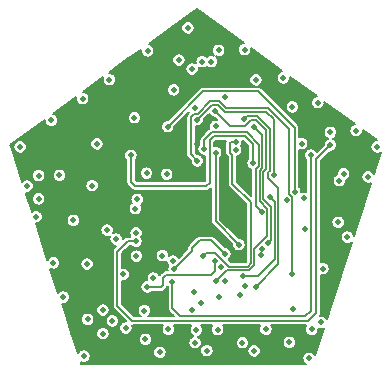
<source format=gbr>
%TF.GenerationSoftware,KiCad,Pcbnew,(5.1.9-0-10_14)*%
%TF.CreationDate,2021-12-13T14:59:41-05:00*%
%TF.ProjectId,dodecahedron_n4,646f6465-6361-4686-9564-726f6e5f6e34,rev?*%
%TF.SameCoordinates,Original*%
%TF.FileFunction,Copper,L2,Inr*%
%TF.FilePolarity,Positive*%
%FSLAX46Y46*%
G04 Gerber Fmt 4.6, Leading zero omitted, Abs format (unit mm)*
G04 Created by KiCad (PCBNEW (5.1.9-0-10_14)) date 2021-12-13 14:59:41*
%MOMM*%
%LPD*%
G01*
G04 APERTURE LIST*
%TA.AperFunction,ViaPad*%
%ADD10C,0.508000*%
%TD*%
%TA.AperFunction,Conductor*%
%ADD11C,0.152400*%
%TD*%
%TA.AperFunction,Conductor*%
%ADD12C,0.127000*%
%TD*%
%TA.AperFunction,Conductor*%
%ADD13C,0.100000*%
%TD*%
G04 APERTURE END LIST*
D10*
%TO.N,SW2*%
X87731600Y-56896000D03*
X89983780Y-50159866D03*
X85864710Y-56146700D03*
%TO.N,SW3*%
X79554411Y-48182624D03*
X81263865Y-48269265D03*
X85382100Y-55638700D03*
X79603600Y-57810400D03*
%TO.N,SW1*%
X76990378Y-53767219D03*
X78705810Y-55194200D03*
X83845400Y-43637200D03*
X90340600Y-48308121D03*
X86182200Y-55016400D03*
X81896947Y-56305890D03*
X80900787Y-55159624D03*
%TO.N,SW5*%
X84199242Y-59205878D03*
%TO.N,SW6*%
X83573622Y-58245071D03*
%TO.N,SW4*%
X83413600Y-39370000D03*
X86207600Y-41732200D03*
X92907159Y-50319088D03*
X91413862Y-50443439D03*
X85699600Y-58699400D03*
%TO.N,SW8*%
X83667600Y-62534800D03*
X87680800Y-62534800D03*
X91643200Y-62509400D03*
X79468687Y-62255370D03*
%TO.N,SW9*%
X93535500Y-61404500D03*
X89662000Y-61404500D03*
X81407000Y-61404500D03*
X85572600Y-61417200D03*
%TO.N,SW7*%
X83769200Y-61468000D03*
%TO.N,SW11*%
X70421500Y-48387000D03*
X70421500Y-50355500D03*
X82296000Y-38608000D03*
X84264500Y-38735000D03*
X92684600Y-45669200D03*
X96240600Y-48234588D03*
X75862588Y-61771089D03*
%TO.N,SW12*%
X76657200Y-60680600D03*
%TO.N,SW10*%
X85661500Y-37782500D03*
X83058000Y-35877500D03*
X74574432Y-60557921D03*
%TO.N,GND*%
X95885000Y-48818800D03*
X97307400Y-44577000D03*
X99085400Y-45948600D03*
X98323400Y-48488600D03*
X94056200Y-42214800D03*
X93319600Y-63855600D03*
X94335600Y-60807600D03*
X72517000Y-58674000D03*
X71678800Y-55778400D03*
X70205600Y-51866800D03*
X69443600Y-49276000D03*
X68859400Y-45948600D03*
X71501000Y-43713400D03*
X74142600Y-41859200D03*
X87858600Y-37719000D03*
X91135200Y-40106600D03*
X79654400Y-37820600D03*
X76403200Y-40259000D03*
X74244200Y-63677800D03*
X89331800Y-54635400D03*
X87102098Y-46177200D03*
X89212757Y-55139962D03*
X87508402Y-58470800D03*
X81807049Y-55627294D03*
X86207600Y-57277000D03*
%TO.N,VCC*%
X77386598Y-49784000D03*
X83845400Y-45720000D03*
X87502245Y-48668146D03*
X88163400Y-48666400D03*
X77698600Y-50266600D03*
X96778798Y-49303096D03*
%TO.N,/CS16*%
X91973400Y-59664600D03*
X83411821Y-59791590D03*
X87102122Y-45516789D03*
X84296316Y-55158260D03*
%TO.N,/CS15*%
X87934800Y-57708800D03*
X87366275Y-54219659D03*
X94488000Y-56261000D03*
X85411677Y-46433263D03*
%TO.N,/CS10*%
X88823800Y-40284400D03*
X88655674Y-44227784D03*
X85445600Y-57277000D03*
%TO.N,/CS9*%
X85039200Y-38735000D03*
X88798400Y-57835800D03*
X87790185Y-43632701D03*
%TO.N,/CS14*%
X95785043Y-52351043D03*
X89306379Y-51460400D03*
X84429600Y-46126400D03*
%TO.N,/CS4*%
X73355200Y-52171600D03*
X76225400Y-53009800D03*
X80688251Y-63351129D03*
X78769979Y-50404512D03*
%TO.N,/CS3*%
X74523600Y-55880000D03*
X84658200Y-63195200D03*
X78618528Y-51176009D03*
X77571610Y-56743600D03*
%TO.N,/CS2*%
X75869800Y-59766200D03*
X79378158Y-59809710D03*
X88671400Y-63220600D03*
X78666556Y-53238989D03*
%TO.N,/CS1*%
X77800200Y-61290200D03*
X80137010Y-57073800D03*
%TO.N,/CS8*%
X81858787Y-41122600D03*
X89814400Y-54127400D03*
X85344000Y-42900600D03*
%TO.N,/CS7*%
X78536800Y-43484800D03*
X81353359Y-44245626D03*
X92100400Y-49733210D03*
%TO.N,/CS13*%
X91897200Y-56692800D03*
X96565733Y-53595048D03*
X83851534Y-47130765D03*
%TO.N,/CS12*%
X95122076Y-45775837D03*
X95123000Y-44715423D03*
X92977895Y-52901194D03*
X78663800Y-53949600D03*
%TO.N,/CS11*%
X91897200Y-42570400D03*
X93460505Y-46659790D03*
X81746201Y-57351114D03*
%TO.N,/CS6*%
X75361800Y-45694600D03*
X78231991Y-46674167D03*
X88581388Y-47353207D03*
%TO.N,/CS5*%
X72186800Y-48361600D03*
X74955400Y-49225200D03*
X85420200Y-44221400D03*
X83642177Y-42671988D03*
%TD*%
D11*
%TO.N,SW2*%
X88976200Y-56896000D02*
X90424011Y-55448189D01*
X90424011Y-55448189D02*
X90424011Y-50600097D01*
X87731600Y-56896000D02*
X88976200Y-56896000D01*
X90424011Y-50600097D02*
X89983780Y-50159866D01*
%TO.N,SW3*%
X79603600Y-57810400D02*
X80797400Y-57810400D01*
X80797400Y-57810400D02*
X80962500Y-57645300D01*
X80962500Y-57645300D02*
X80962500Y-57035700D01*
X80962500Y-57035700D02*
X81203800Y-56794400D01*
X81203800Y-56794400D02*
X85051900Y-56794400D01*
X85051900Y-56794400D02*
X85382100Y-56464200D01*
X85382100Y-56464200D02*
X85382100Y-55638700D01*
%TO.N,SW1*%
X83845400Y-43637200D02*
X85064602Y-42417998D01*
X86159852Y-43002200D02*
X89712800Y-43002200D01*
X90340600Y-43630000D02*
X90340600Y-48308121D01*
X89712800Y-43002200D02*
X90340600Y-43630000D01*
X85575650Y-42417998D02*
X86159852Y-43002200D01*
X85064602Y-42417998D02*
X85575650Y-42417998D01*
X86182200Y-55016400D02*
X85039200Y-53873400D01*
X83413600Y-54789237D02*
X81896947Y-56305890D01*
X83413600Y-54508400D02*
X83413600Y-54789237D01*
X84048600Y-53873400D02*
X83413600Y-54508400D01*
X85039200Y-53873400D02*
X84048600Y-53873400D01*
%TO.N,VCC*%
X77386598Y-49954598D02*
X77698600Y-50266600D01*
X77386598Y-49784000D02*
X77386598Y-49954598D01*
%TO.N,/CS16*%
X87102122Y-45516789D02*
X86742912Y-45516789D01*
X84550315Y-54904261D02*
X84296316Y-55158260D01*
X86540850Y-56083200D02*
X85361911Y-54904261D01*
X86742912Y-45516789D02*
X86619497Y-45640204D01*
X88391989Y-55803811D02*
X88112600Y-56083200D01*
X88391989Y-50645390D02*
X88391989Y-55803811D01*
X88112600Y-56083200D02*
X86540850Y-56083200D01*
X86619497Y-45640204D02*
X86619497Y-46434249D01*
X85361911Y-54904261D02*
X84550315Y-54904261D01*
X86619497Y-46434249D02*
X86807393Y-46622145D01*
X86807393Y-49060794D02*
X88391989Y-50645390D01*
X86807393Y-46622145D02*
X86807393Y-49060794D01*
%TO.N,/CS15*%
X85411677Y-52265061D02*
X85411677Y-46433263D01*
X87366275Y-54219659D02*
X85411677Y-52265061D01*
%TO.N,/CS10*%
X88238856Y-56388011D02*
X86693799Y-56388011D01*
X88696800Y-54558466D02*
X88696800Y-55930067D01*
X89128612Y-47976956D02*
X89128612Y-50519878D01*
X89788989Y-51180255D02*
X89788989Y-53466277D01*
X88655674Y-44227784D02*
X89368801Y-44940911D01*
X89788989Y-53466277D02*
X88696800Y-54558466D01*
X89128612Y-50519878D02*
X89788989Y-51180255D01*
X89368801Y-47736767D02*
X89128612Y-47976956D01*
X89368801Y-44940911D02*
X89368801Y-47736767D01*
X88696800Y-55930067D02*
X88238856Y-56388011D01*
X86693799Y-56388011D02*
X86693788Y-56388000D01*
X86334600Y-56388000D02*
X85445600Y-57277000D01*
X86693788Y-56388000D02*
X86334600Y-56388000D01*
%TO.N,/CS9*%
X88044184Y-43378702D02*
X87790185Y-43632701D01*
X89977512Y-47990190D02*
X89977512Y-47964536D01*
X89978423Y-47963625D02*
X89978423Y-44436956D01*
X90728822Y-49452451D02*
X89850800Y-48574429D01*
X90728822Y-55905378D02*
X90728822Y-49452451D01*
X88920169Y-43378702D02*
X88044184Y-43378702D01*
X88798400Y-57835800D02*
X90728822Y-55905378D01*
X89978423Y-44436956D02*
X88920169Y-43378702D01*
X89850800Y-48574429D02*
X89850800Y-48116902D01*
X89850800Y-48116902D02*
X89977512Y-47990190D01*
X89977512Y-47964536D02*
X89978423Y-47963625D01*
%TO.N,/CS14*%
X84429600Y-46126400D02*
X84429600Y-45390533D01*
X88035643Y-44729376D02*
X89063990Y-45757723D01*
X88823801Y-47850700D02*
X88823801Y-50977822D01*
X84429600Y-45390533D02*
X85090757Y-44729376D01*
X85090757Y-44729376D02*
X88035643Y-44729376D01*
X88823801Y-50977822D02*
X89306379Y-51460400D01*
X89063990Y-47610511D02*
X88823801Y-47850700D01*
X89063990Y-45757723D02*
X89063990Y-47610511D01*
%TO.N,/CS8*%
X89673612Y-47863023D02*
X89673612Y-44563212D01*
X88392000Y-43713400D02*
X87934800Y-44170600D01*
X89433423Y-50393623D02*
X89433423Y-48103212D01*
X87934800Y-44170600D02*
X86614000Y-44170600D01*
X88823800Y-43713400D02*
X88392000Y-43713400D01*
X90119200Y-51079400D02*
X89433423Y-50393623D01*
X86614000Y-44170600D02*
X85344000Y-42900600D01*
X89814400Y-54127400D02*
X90119200Y-53822600D01*
X90119200Y-53822600D02*
X90119200Y-51079400D01*
X89433423Y-48103212D02*
X89673612Y-47863023D01*
X89673612Y-44563212D02*
X88823800Y-43713400D01*
%TO.N,/CS7*%
X89001600Y-41249600D02*
X92100400Y-44348400D01*
X84349385Y-41249600D02*
X89001600Y-41249600D01*
X81353359Y-44245626D02*
X84349385Y-41249600D01*
X92100400Y-44348400D02*
X92100400Y-49733210D01*
%TO.N,/CS13*%
X83317159Y-46596390D02*
X83851534Y-47130765D01*
X91592400Y-49911012D02*
X91592400Y-44450733D01*
X91897200Y-50215812D02*
X91592400Y-49911012D01*
X86318489Y-42697389D02*
X85708887Y-42087787D01*
X91897200Y-56692800D02*
X91897200Y-50215812D01*
X91592400Y-44450733D02*
X89839056Y-42697389D01*
X89839056Y-42697389D02*
X86318489Y-42697389D01*
X84963746Y-42087787D02*
X83896935Y-43154598D01*
X83896935Y-43154598D02*
X83613750Y-43154598D01*
X85708887Y-42087787D02*
X84963746Y-42087787D01*
X83317159Y-43451189D02*
X83317159Y-46596390D01*
X83613750Y-43154598D02*
X83317159Y-43451189D01*
%TO.N,/CS12*%
X78663800Y-53949600D02*
X77952600Y-53949600D01*
X77952600Y-53949600D02*
X77089000Y-54813200D01*
X77089000Y-54813200D02*
X77089000Y-59410600D01*
X77089000Y-59410600D02*
X78359000Y-60680600D01*
X78359000Y-60680600D02*
X93243400Y-60680600D01*
X93243400Y-60680600D02*
X93929200Y-59994800D01*
X93929200Y-46968713D02*
X95122076Y-45775837D01*
X93929200Y-59994800D02*
X93929200Y-46968713D01*
%TO.N,/CS11*%
X93460505Y-46659790D02*
X93460505Y-59828495D01*
X82397600Y-60274200D02*
X81746201Y-59622801D01*
X93014800Y-60274200D02*
X82397600Y-60274200D01*
X81746201Y-59622801D02*
X81746201Y-57351114D01*
X93460505Y-59828495D02*
X93014800Y-60274200D01*
%TO.N,/CS6*%
X84607400Y-49276000D02*
X84912200Y-48971200D01*
X87909387Y-45034187D02*
X88581388Y-45706188D01*
X88581388Y-45706188D02*
X88581388Y-47353207D01*
X78231991Y-46674167D02*
X78231991Y-48945791D01*
X84912200Y-45389800D02*
X85267813Y-45034187D01*
X84912200Y-48971200D02*
X84912200Y-45389800D01*
X78231991Y-48945791D02*
X78562200Y-49276000D01*
X78562200Y-49276000D02*
X84607400Y-49276000D01*
X85267813Y-45034187D02*
X87909387Y-45034187D01*
%TD*%
D12*
%TO.N,VCC*%
X87777583Y-37152419D02*
X87691900Y-37169463D01*
X87587893Y-37212543D01*
X87494290Y-37275087D01*
X87414687Y-37354690D01*
X87352143Y-37448293D01*
X87309063Y-37552300D01*
X87287100Y-37662712D01*
X87287100Y-37775288D01*
X87309063Y-37885700D01*
X87352143Y-37989707D01*
X87414687Y-38083310D01*
X87494290Y-38162913D01*
X87587893Y-38225457D01*
X87691900Y-38268537D01*
X87802312Y-38290500D01*
X87914888Y-38290500D01*
X88025300Y-38268537D01*
X88129307Y-38225457D01*
X88222910Y-38162913D01*
X88302513Y-38083310D01*
X88365057Y-37989707D01*
X88408137Y-37885700D01*
X88430100Y-37775288D01*
X88430100Y-37662712D01*
X88421680Y-37620383D01*
X91061758Y-39538512D01*
X90968500Y-39557063D01*
X90864493Y-39600143D01*
X90770890Y-39662687D01*
X90691287Y-39742290D01*
X90628743Y-39835893D01*
X90585663Y-39939900D01*
X90563700Y-40050312D01*
X90563700Y-40162888D01*
X90585663Y-40273300D01*
X90628743Y-40377307D01*
X90691287Y-40470910D01*
X90770890Y-40550513D01*
X90864493Y-40613057D01*
X90968500Y-40656137D01*
X91078912Y-40678100D01*
X91191488Y-40678100D01*
X91301900Y-40656137D01*
X91405907Y-40613057D01*
X91499510Y-40550513D01*
X91579113Y-40470910D01*
X91641657Y-40377307D01*
X91684737Y-40273300D01*
X91706700Y-40162888D01*
X91706700Y-40050312D01*
X91696650Y-39999788D01*
X93967597Y-41649728D01*
X93889500Y-41665263D01*
X93785493Y-41708343D01*
X93691890Y-41770887D01*
X93612287Y-41850490D01*
X93549743Y-41944093D01*
X93506663Y-42048100D01*
X93484700Y-42158512D01*
X93484700Y-42271088D01*
X93506663Y-42381500D01*
X93549743Y-42485507D01*
X93612287Y-42579110D01*
X93691890Y-42658713D01*
X93785493Y-42721257D01*
X93889500Y-42764337D01*
X93999912Y-42786300D01*
X94112488Y-42786300D01*
X94222900Y-42764337D01*
X94326907Y-42721257D01*
X94420510Y-42658713D01*
X94500113Y-42579110D01*
X94562657Y-42485507D01*
X94605737Y-42381500D01*
X94627700Y-42271088D01*
X94627700Y-42158512D01*
X94620912Y-42124389D01*
X97218867Y-44011914D01*
X97140700Y-44027463D01*
X97036693Y-44070543D01*
X96943090Y-44133087D01*
X96863487Y-44212690D01*
X96800943Y-44306293D01*
X96757863Y-44410300D01*
X96735900Y-44520712D01*
X96735900Y-44633288D01*
X96757863Y-44743700D01*
X96800943Y-44847707D01*
X96863487Y-44941310D01*
X96943090Y-45020913D01*
X97036693Y-45083457D01*
X97140700Y-45126537D01*
X97251112Y-45148500D01*
X97363688Y-45148500D01*
X97474100Y-45126537D01*
X97578107Y-45083457D01*
X97671710Y-45020913D01*
X97751313Y-44941310D01*
X97813857Y-44847707D01*
X97856937Y-44743700D01*
X97878900Y-44633288D01*
X97878900Y-44520712D01*
X97872097Y-44486514D01*
X99097884Y-45377100D01*
X99029112Y-45377100D01*
X98918700Y-45399063D01*
X98814693Y-45442143D01*
X98721090Y-45504687D01*
X98641487Y-45584290D01*
X98578943Y-45677893D01*
X98535863Y-45781900D01*
X98513900Y-45892312D01*
X98513900Y-46004888D01*
X98535863Y-46115300D01*
X98578943Y-46219307D01*
X98641487Y-46312910D01*
X98721090Y-46392513D01*
X98814693Y-46455057D01*
X98918700Y-46498137D01*
X99029112Y-46520100D01*
X99141688Y-46520100D01*
X99252100Y-46498137D01*
X99356107Y-46455057D01*
X99429164Y-46406241D01*
X98835834Y-48232324D01*
X98829857Y-48217893D01*
X98767313Y-48124290D01*
X98687710Y-48044687D01*
X98594107Y-47982143D01*
X98490100Y-47939063D01*
X98379688Y-47917100D01*
X98267112Y-47917100D01*
X98156700Y-47939063D01*
X98052693Y-47982143D01*
X97959090Y-48044687D01*
X97879487Y-48124290D01*
X97816943Y-48217893D01*
X97773863Y-48321900D01*
X97751900Y-48432312D01*
X97751900Y-48544888D01*
X97773863Y-48655300D01*
X97816943Y-48759307D01*
X97879487Y-48852910D01*
X97959090Y-48932513D01*
X98052693Y-48995057D01*
X98156700Y-49038137D01*
X98267112Y-49060100D01*
X98379688Y-49060100D01*
X98490100Y-49038137D01*
X98587059Y-48997976D01*
X97127525Y-53489958D01*
X97115270Y-53428348D01*
X97072190Y-53324341D01*
X97009646Y-53230738D01*
X96930043Y-53151135D01*
X96836440Y-53088591D01*
X96732433Y-53045511D01*
X96622021Y-53023548D01*
X96509445Y-53023548D01*
X96399033Y-53045511D01*
X96295026Y-53088591D01*
X96201423Y-53151135D01*
X96121820Y-53230738D01*
X96059276Y-53324341D01*
X96016196Y-53428348D01*
X95994233Y-53538760D01*
X95994233Y-53651336D01*
X96016196Y-53761748D01*
X96059276Y-53865755D01*
X96121820Y-53959358D01*
X96201423Y-54038961D01*
X96295026Y-54101505D01*
X96399033Y-54144585D01*
X96509445Y-54166548D01*
X96622021Y-54166548D01*
X96732433Y-54144585D01*
X96836440Y-54101505D01*
X96930043Y-54038961D01*
X96958337Y-54010667D01*
X94839218Y-60532644D01*
X94779513Y-60443290D01*
X94699910Y-60363687D01*
X94606307Y-60301143D01*
X94502300Y-60258063D01*
X94391888Y-60236100D01*
X94279312Y-60236100D01*
X94232900Y-60245332D01*
X94258133Y-60214586D01*
X94294690Y-60146191D01*
X94317203Y-60071979D01*
X94322900Y-60014133D01*
X94322900Y-60014125D01*
X94324803Y-59994800D01*
X94322900Y-59975475D01*
X94322900Y-56810855D01*
X94431712Y-56832500D01*
X94544288Y-56832500D01*
X94654700Y-56810537D01*
X94758707Y-56767457D01*
X94852310Y-56704913D01*
X94931913Y-56625310D01*
X94994457Y-56531707D01*
X95037537Y-56427700D01*
X95059500Y-56317288D01*
X95059500Y-56204712D01*
X95037537Y-56094300D01*
X94994457Y-55990293D01*
X94931913Y-55896690D01*
X94852310Y-55817087D01*
X94758707Y-55754543D01*
X94654700Y-55711463D01*
X94544288Y-55689500D01*
X94431712Y-55689500D01*
X94322900Y-55711145D01*
X94322900Y-52294755D01*
X95213543Y-52294755D01*
X95213543Y-52407331D01*
X95235506Y-52517743D01*
X95278586Y-52621750D01*
X95341130Y-52715353D01*
X95420733Y-52794956D01*
X95514336Y-52857500D01*
X95618343Y-52900580D01*
X95728755Y-52922543D01*
X95841331Y-52922543D01*
X95951743Y-52900580D01*
X96055750Y-52857500D01*
X96149353Y-52794956D01*
X96228956Y-52715353D01*
X96291500Y-52621750D01*
X96334580Y-52517743D01*
X96356543Y-52407331D01*
X96356543Y-52294755D01*
X96334580Y-52184343D01*
X96291500Y-52080336D01*
X96228956Y-51986733D01*
X96149353Y-51907130D01*
X96055750Y-51844586D01*
X95951743Y-51801506D01*
X95841331Y-51779543D01*
X95728755Y-51779543D01*
X95618343Y-51801506D01*
X95514336Y-51844586D01*
X95420733Y-51907130D01*
X95341130Y-51986733D01*
X95278586Y-52080336D01*
X95235506Y-52184343D01*
X95213543Y-52294755D01*
X94322900Y-52294755D01*
X94322900Y-48762512D01*
X95313500Y-48762512D01*
X95313500Y-48875088D01*
X95335463Y-48985500D01*
X95378543Y-49089507D01*
X95441087Y-49183110D01*
X95520690Y-49262713D01*
X95614293Y-49325257D01*
X95718300Y-49368337D01*
X95828712Y-49390300D01*
X95941288Y-49390300D01*
X96051700Y-49368337D01*
X96155707Y-49325257D01*
X96249310Y-49262713D01*
X96328913Y-49183110D01*
X96391457Y-49089507D01*
X96434537Y-48985500D01*
X96456500Y-48875088D01*
X96456500Y-48763746D01*
X96511307Y-48741045D01*
X96604910Y-48678501D01*
X96684513Y-48598898D01*
X96747057Y-48505295D01*
X96790137Y-48401288D01*
X96812100Y-48290876D01*
X96812100Y-48178300D01*
X96790137Y-48067888D01*
X96747057Y-47963881D01*
X96684513Y-47870278D01*
X96604910Y-47790675D01*
X96511307Y-47728131D01*
X96407300Y-47685051D01*
X96296888Y-47663088D01*
X96184312Y-47663088D01*
X96073900Y-47685051D01*
X95969893Y-47728131D01*
X95876290Y-47790675D01*
X95796687Y-47870278D01*
X95734143Y-47963881D01*
X95691063Y-48067888D01*
X95669100Y-48178300D01*
X95669100Y-48289642D01*
X95614293Y-48312343D01*
X95520690Y-48374887D01*
X95441087Y-48454490D01*
X95378543Y-48548093D01*
X95335463Y-48652100D01*
X95313500Y-48762512D01*
X94322900Y-48762512D01*
X94322900Y-47131788D01*
X95107352Y-46347337D01*
X95178364Y-46347337D01*
X95288776Y-46325374D01*
X95392783Y-46282294D01*
X95486386Y-46219750D01*
X95565989Y-46140147D01*
X95628533Y-46046544D01*
X95671613Y-45942537D01*
X95693576Y-45832125D01*
X95693576Y-45719549D01*
X95671613Y-45609137D01*
X95628533Y-45505130D01*
X95565989Y-45411527D01*
X95486386Y-45331924D01*
X95392783Y-45269380D01*
X95335906Y-45245821D01*
X95393707Y-45221880D01*
X95487310Y-45159336D01*
X95566913Y-45079733D01*
X95629457Y-44986130D01*
X95672537Y-44882123D01*
X95694500Y-44771711D01*
X95694500Y-44659135D01*
X95672537Y-44548723D01*
X95629457Y-44444716D01*
X95566913Y-44351113D01*
X95487310Y-44271510D01*
X95393707Y-44208966D01*
X95289700Y-44165886D01*
X95179288Y-44143923D01*
X95066712Y-44143923D01*
X94956300Y-44165886D01*
X94852293Y-44208966D01*
X94758690Y-44271510D01*
X94679087Y-44351113D01*
X94616543Y-44444716D01*
X94573463Y-44548723D01*
X94551500Y-44659135D01*
X94551500Y-44771711D01*
X94573463Y-44882123D01*
X94616543Y-44986130D01*
X94679087Y-45079733D01*
X94758690Y-45159336D01*
X94852293Y-45221880D01*
X94909170Y-45245439D01*
X94851369Y-45269380D01*
X94757766Y-45331924D01*
X94678163Y-45411527D01*
X94615619Y-45505130D01*
X94572539Y-45609137D01*
X94550576Y-45719549D01*
X94550576Y-45790561D01*
X93960991Y-46380147D01*
X93904418Y-46295480D01*
X93824815Y-46215877D01*
X93731212Y-46153333D01*
X93627205Y-46110253D01*
X93516793Y-46088290D01*
X93404217Y-46088290D01*
X93293805Y-46110253D01*
X93189798Y-46153333D01*
X93096195Y-46215877D01*
X93016592Y-46295480D01*
X92954048Y-46389083D01*
X92910968Y-46493090D01*
X92889005Y-46603502D01*
X92889005Y-46716078D01*
X92910968Y-46826490D01*
X92954048Y-46930497D01*
X93016592Y-47024100D01*
X93066805Y-47074313D01*
X93066805Y-49768148D01*
X92963447Y-49747588D01*
X92850871Y-49747588D01*
X92740459Y-49769551D01*
X92670068Y-49798707D01*
X92671900Y-49789498D01*
X92671900Y-49676922D01*
X92649937Y-49566510D01*
X92606857Y-49462503D01*
X92544313Y-49368900D01*
X92494100Y-49318687D01*
X92494100Y-46208879D01*
X92517900Y-46218737D01*
X92628312Y-46240700D01*
X92740888Y-46240700D01*
X92851300Y-46218737D01*
X92955307Y-46175657D01*
X93048910Y-46113113D01*
X93128513Y-46033510D01*
X93191057Y-45939907D01*
X93234137Y-45835900D01*
X93256100Y-45725488D01*
X93256100Y-45612912D01*
X93234137Y-45502500D01*
X93191057Y-45398493D01*
X93128513Y-45304890D01*
X93048910Y-45225287D01*
X92955307Y-45162743D01*
X92851300Y-45119663D01*
X92740888Y-45097700D01*
X92628312Y-45097700D01*
X92517900Y-45119663D01*
X92494100Y-45129521D01*
X92494100Y-44367722D01*
X92496003Y-44348400D01*
X92494100Y-44329077D01*
X92494100Y-44329067D01*
X92488403Y-44271221D01*
X92465890Y-44197009D01*
X92429333Y-44128614D01*
X92407001Y-44101403D01*
X92392458Y-44083682D01*
X92392455Y-44083679D01*
X92380134Y-44068666D01*
X92365122Y-44056346D01*
X90822888Y-42514112D01*
X91325700Y-42514112D01*
X91325700Y-42626688D01*
X91347663Y-42737100D01*
X91390743Y-42841107D01*
X91453287Y-42934710D01*
X91532890Y-43014313D01*
X91626493Y-43076857D01*
X91730500Y-43119937D01*
X91840912Y-43141900D01*
X91953488Y-43141900D01*
X92063900Y-43119937D01*
X92167907Y-43076857D01*
X92261510Y-43014313D01*
X92341113Y-42934710D01*
X92403657Y-42841107D01*
X92446737Y-42737100D01*
X92468700Y-42626688D01*
X92468700Y-42514112D01*
X92446737Y-42403700D01*
X92403657Y-42299693D01*
X92341113Y-42206090D01*
X92261510Y-42126487D01*
X92167907Y-42063943D01*
X92063900Y-42020863D01*
X91953488Y-41998900D01*
X91840912Y-41998900D01*
X91730500Y-42020863D01*
X91626493Y-42063943D01*
X91532890Y-42126487D01*
X91453287Y-42206090D01*
X91390743Y-42299693D01*
X91347663Y-42403700D01*
X91325700Y-42514112D01*
X90822888Y-42514112D01*
X89293660Y-40984885D01*
X89281334Y-40969866D01*
X89221386Y-40920667D01*
X89152991Y-40884110D01*
X89078779Y-40861597D01*
X89020933Y-40855900D01*
X89020922Y-40855900D01*
X89001600Y-40853997D01*
X88982278Y-40855900D01*
X88880088Y-40855900D01*
X88990500Y-40833937D01*
X89094507Y-40790857D01*
X89188110Y-40728313D01*
X89267713Y-40648710D01*
X89330257Y-40555107D01*
X89373337Y-40451100D01*
X89395300Y-40340688D01*
X89395300Y-40228112D01*
X89373337Y-40117700D01*
X89330257Y-40013693D01*
X89267713Y-39920090D01*
X89188110Y-39840487D01*
X89094507Y-39777943D01*
X88990500Y-39734863D01*
X88880088Y-39712900D01*
X88767512Y-39712900D01*
X88657100Y-39734863D01*
X88553093Y-39777943D01*
X88459490Y-39840487D01*
X88379887Y-39920090D01*
X88317343Y-40013693D01*
X88274263Y-40117700D01*
X88252300Y-40228112D01*
X88252300Y-40340688D01*
X88274263Y-40451100D01*
X88317343Y-40555107D01*
X88379887Y-40648710D01*
X88459490Y-40728313D01*
X88553093Y-40790857D01*
X88657100Y-40833937D01*
X88767512Y-40855900D01*
X84368710Y-40855900D01*
X84349385Y-40853997D01*
X84330060Y-40855900D01*
X84330052Y-40855900D01*
X84272206Y-40861597D01*
X84197994Y-40884110D01*
X84129599Y-40920667D01*
X84084667Y-40957542D01*
X84084664Y-40957545D01*
X84069651Y-40969866D01*
X84057329Y-40984880D01*
X81368084Y-43674126D01*
X81297071Y-43674126D01*
X81186659Y-43696089D01*
X81082652Y-43739169D01*
X80989049Y-43801713D01*
X80909446Y-43881316D01*
X80846902Y-43974919D01*
X80803822Y-44078926D01*
X80781859Y-44189338D01*
X80781859Y-44301914D01*
X80803822Y-44412326D01*
X80846902Y-44516333D01*
X80909446Y-44609936D01*
X80989049Y-44689539D01*
X81082652Y-44752083D01*
X81186659Y-44795163D01*
X81297071Y-44817126D01*
X81409647Y-44817126D01*
X81520059Y-44795163D01*
X81624066Y-44752083D01*
X81717669Y-44689539D01*
X81797272Y-44609936D01*
X81859816Y-44516333D01*
X81902896Y-44412326D01*
X81924859Y-44301914D01*
X81924859Y-44230901D01*
X83166700Y-42989060D01*
X83189056Y-43022517D01*
X83052444Y-43159129D01*
X83037425Y-43171455D01*
X82988226Y-43231404D01*
X82951669Y-43299799D01*
X82929156Y-43374011D01*
X82923459Y-43431857D01*
X82923459Y-43431867D01*
X82921556Y-43451189D01*
X82923459Y-43470512D01*
X82923460Y-46577058D01*
X82921556Y-46596390D01*
X82923460Y-46615723D01*
X82929157Y-46673569D01*
X82932217Y-46683657D01*
X82951669Y-46747780D01*
X82988226Y-46816175D01*
X83025101Y-46861107D01*
X83025105Y-46861111D01*
X83037426Y-46876124D01*
X83052439Y-46888445D01*
X83280034Y-47116040D01*
X83280034Y-47187053D01*
X83301997Y-47297465D01*
X83345077Y-47401472D01*
X83407621Y-47495075D01*
X83487224Y-47574678D01*
X83580827Y-47637222D01*
X83684834Y-47680302D01*
X83795246Y-47702265D01*
X83907822Y-47702265D01*
X84018234Y-47680302D01*
X84122241Y-47637222D01*
X84215844Y-47574678D01*
X84295447Y-47495075D01*
X84357991Y-47401472D01*
X84401071Y-47297465D01*
X84423034Y-47187053D01*
X84423034Y-47074477D01*
X84401071Y-46964065D01*
X84357991Y-46860058D01*
X84295447Y-46766455D01*
X84215844Y-46686852D01*
X84122241Y-46624308D01*
X84018234Y-46581228D01*
X83907822Y-46559265D01*
X83836809Y-46559265D01*
X83710859Y-46433315D01*
X83710859Y-44193134D01*
X83789112Y-44208700D01*
X83901688Y-44208700D01*
X84012100Y-44186737D01*
X84116107Y-44143657D01*
X84209710Y-44081113D01*
X84289313Y-44001510D01*
X84351857Y-43907907D01*
X84394937Y-43803900D01*
X84416900Y-43693488D01*
X84416900Y-43622475D01*
X84849770Y-43189606D01*
X84900087Y-43264910D01*
X84979690Y-43344513D01*
X85073293Y-43407057D01*
X85177300Y-43450137D01*
X85287712Y-43472100D01*
X85358725Y-43472100D01*
X85551432Y-43664808D01*
X85476488Y-43649900D01*
X85363912Y-43649900D01*
X85253500Y-43671863D01*
X85149493Y-43714943D01*
X85055890Y-43777487D01*
X84976287Y-43857090D01*
X84913743Y-43950693D01*
X84870663Y-44054700D01*
X84848700Y-44165112D01*
X84848700Y-44277688D01*
X84870663Y-44388100D01*
X84874905Y-44398341D01*
X84870971Y-44400443D01*
X84826039Y-44437318D01*
X84826036Y-44437321D01*
X84811023Y-44449642D01*
X84798701Y-44464656D01*
X84164880Y-45098478D01*
X84149867Y-45110799D01*
X84137546Y-45125812D01*
X84137542Y-45125816D01*
X84100667Y-45170748D01*
X84064110Y-45239143D01*
X84053320Y-45274714D01*
X84041821Y-45312621D01*
X84041598Y-45313355D01*
X84033997Y-45390533D01*
X84035901Y-45409865D01*
X84035901Y-45711876D01*
X83985687Y-45762090D01*
X83923143Y-45855693D01*
X83880063Y-45959700D01*
X83858100Y-46070112D01*
X83858100Y-46182688D01*
X83880063Y-46293100D01*
X83923143Y-46397107D01*
X83985687Y-46490710D01*
X84065290Y-46570313D01*
X84158893Y-46632857D01*
X84262900Y-46675937D01*
X84373312Y-46697900D01*
X84485888Y-46697900D01*
X84518501Y-46691413D01*
X84518500Y-48808124D01*
X84444325Y-48882300D01*
X78725276Y-48882300D01*
X78625691Y-48782716D01*
X78625691Y-48126336D01*
X78982911Y-48126336D01*
X78982911Y-48238912D01*
X79004874Y-48349324D01*
X79047954Y-48453331D01*
X79110498Y-48546934D01*
X79190101Y-48626537D01*
X79283704Y-48689081D01*
X79387711Y-48732161D01*
X79498123Y-48754124D01*
X79610699Y-48754124D01*
X79721111Y-48732161D01*
X79825118Y-48689081D01*
X79918721Y-48626537D01*
X79998324Y-48546934D01*
X80060868Y-48453331D01*
X80103948Y-48349324D01*
X80125911Y-48238912D01*
X80125911Y-48212977D01*
X80692365Y-48212977D01*
X80692365Y-48325553D01*
X80714328Y-48435965D01*
X80757408Y-48539972D01*
X80819952Y-48633575D01*
X80899555Y-48713178D01*
X80993158Y-48775722D01*
X81097165Y-48818802D01*
X81207577Y-48840765D01*
X81320153Y-48840765D01*
X81430565Y-48818802D01*
X81534572Y-48775722D01*
X81628175Y-48713178D01*
X81707778Y-48633575D01*
X81770322Y-48539972D01*
X81813402Y-48435965D01*
X81835365Y-48325553D01*
X81835365Y-48212977D01*
X81813402Y-48102565D01*
X81770322Y-47998558D01*
X81707778Y-47904955D01*
X81628175Y-47825352D01*
X81534572Y-47762808D01*
X81430565Y-47719728D01*
X81320153Y-47697765D01*
X81207577Y-47697765D01*
X81097165Y-47719728D01*
X80993158Y-47762808D01*
X80899555Y-47825352D01*
X80819952Y-47904955D01*
X80757408Y-47998558D01*
X80714328Y-48102565D01*
X80692365Y-48212977D01*
X80125911Y-48212977D01*
X80125911Y-48126336D01*
X80103948Y-48015924D01*
X80060868Y-47911917D01*
X79998324Y-47818314D01*
X79918721Y-47738711D01*
X79825118Y-47676167D01*
X79721111Y-47633087D01*
X79610699Y-47611124D01*
X79498123Y-47611124D01*
X79387711Y-47633087D01*
X79283704Y-47676167D01*
X79190101Y-47738711D01*
X79110498Y-47818314D01*
X79047954Y-47911917D01*
X79004874Y-48015924D01*
X78982911Y-48126336D01*
X78625691Y-48126336D01*
X78625691Y-47088690D01*
X78675904Y-47038477D01*
X78738448Y-46944874D01*
X78781528Y-46840867D01*
X78803491Y-46730455D01*
X78803491Y-46617879D01*
X78781528Y-46507467D01*
X78738448Y-46403460D01*
X78675904Y-46309857D01*
X78596301Y-46230254D01*
X78502698Y-46167710D01*
X78398691Y-46124630D01*
X78288279Y-46102667D01*
X78175703Y-46102667D01*
X78065291Y-46124630D01*
X77961284Y-46167710D01*
X77867681Y-46230254D01*
X77788078Y-46309857D01*
X77725534Y-46403460D01*
X77682454Y-46507467D01*
X77660491Y-46617879D01*
X77660491Y-46730455D01*
X77682454Y-46840867D01*
X77725534Y-46944874D01*
X77788078Y-47038477D01*
X77838291Y-47088690D01*
X77838292Y-48926459D01*
X77836388Y-48945791D01*
X77838292Y-48965124D01*
X77838891Y-48971201D01*
X77843989Y-49022969D01*
X77866501Y-49097181D01*
X77903058Y-49165576D01*
X77939933Y-49210508D01*
X77939937Y-49210512D01*
X77952258Y-49225525D01*
X77967271Y-49237846D01*
X78270144Y-49540720D01*
X78282466Y-49555734D01*
X78297479Y-49568055D01*
X78297482Y-49568058D01*
X78314567Y-49582079D01*
X78342414Y-49604933D01*
X78410809Y-49641490D01*
X78485021Y-49664003D01*
X78542867Y-49669700D01*
X78542877Y-49669700D01*
X78562199Y-49671603D01*
X78581522Y-49669700D01*
X84588078Y-49669700D01*
X84607400Y-49671603D01*
X84626722Y-49669700D01*
X84626733Y-49669700D01*
X84684579Y-49664003D01*
X84758791Y-49641490D01*
X84827186Y-49604933D01*
X84887134Y-49555734D01*
X84899460Y-49540715D01*
X85017977Y-49422198D01*
X85017977Y-52245739D01*
X85016074Y-52265061D01*
X85017977Y-52284383D01*
X85017977Y-52284393D01*
X85023674Y-52342239D01*
X85046187Y-52416451D01*
X85082744Y-52484846D01*
X85131943Y-52544795D01*
X85146962Y-52557121D01*
X86794775Y-54204935D01*
X86794775Y-54275947D01*
X86816738Y-54386359D01*
X86859818Y-54490366D01*
X86922362Y-54583969D01*
X87001965Y-54663572D01*
X87095568Y-54726116D01*
X87199575Y-54769196D01*
X87309987Y-54791159D01*
X87422563Y-54791159D01*
X87532975Y-54769196D01*
X87636982Y-54726116D01*
X87730585Y-54663572D01*
X87810188Y-54583969D01*
X87872732Y-54490366D01*
X87915812Y-54386359D01*
X87937775Y-54275947D01*
X87937775Y-54163371D01*
X87915812Y-54052959D01*
X87872732Y-53948952D01*
X87810188Y-53855349D01*
X87730585Y-53775746D01*
X87636982Y-53713202D01*
X87532975Y-53670122D01*
X87422563Y-53648159D01*
X87351551Y-53648159D01*
X85805377Y-52101986D01*
X85805377Y-46847786D01*
X85855590Y-46797573D01*
X85918134Y-46703970D01*
X85961214Y-46599963D01*
X85983177Y-46489551D01*
X85983177Y-46376975D01*
X85961214Y-46266563D01*
X85918134Y-46162556D01*
X85855590Y-46068953D01*
X85775987Y-45989350D01*
X85682384Y-45926806D01*
X85578377Y-45883726D01*
X85467965Y-45861763D01*
X85355389Y-45861763D01*
X85305900Y-45871607D01*
X85305900Y-45552875D01*
X85430889Y-45427887D01*
X86286572Y-45427887D01*
X86254007Y-45488814D01*
X86231494Y-45563026D01*
X86225797Y-45620872D01*
X86225797Y-45620882D01*
X86223894Y-45640204D01*
X86225797Y-45659527D01*
X86225798Y-46414917D01*
X86223894Y-46434249D01*
X86225798Y-46453582D01*
X86231495Y-46511428D01*
X86234938Y-46522776D01*
X86254007Y-46585639D01*
X86290564Y-46654034D01*
X86327439Y-46698966D01*
X86327443Y-46698970D01*
X86339764Y-46713983D01*
X86354777Y-46726304D01*
X86413693Y-46785220D01*
X86413694Y-49041462D01*
X86411790Y-49060794D01*
X86419391Y-49137972D01*
X86441903Y-49212184D01*
X86478460Y-49280579D01*
X86515335Y-49325511D01*
X86515339Y-49325515D01*
X86527660Y-49340528D01*
X86542673Y-49352849D01*
X87998289Y-50808466D01*
X87998290Y-55640734D01*
X87949525Y-55689500D01*
X86703926Y-55689500D01*
X86503486Y-55489061D01*
X86546510Y-55460313D01*
X86626113Y-55380710D01*
X86688657Y-55287107D01*
X86731737Y-55183100D01*
X86753700Y-55072688D01*
X86753700Y-54960112D01*
X86731737Y-54849700D01*
X86688657Y-54745693D01*
X86626113Y-54652090D01*
X86546510Y-54572487D01*
X86452907Y-54509943D01*
X86348900Y-54466863D01*
X86238488Y-54444900D01*
X86167476Y-54444900D01*
X85331260Y-53608685D01*
X85318934Y-53593666D01*
X85258986Y-53544467D01*
X85190591Y-53507910D01*
X85116379Y-53485397D01*
X85058533Y-53479700D01*
X85058522Y-53479700D01*
X85039200Y-53477797D01*
X85019878Y-53479700D01*
X84067925Y-53479700D01*
X84048600Y-53477797D01*
X84029275Y-53479700D01*
X84029267Y-53479700D01*
X83971421Y-53485397D01*
X83897209Y-53507910D01*
X83828814Y-53544467D01*
X83783882Y-53581342D01*
X83783879Y-53581345D01*
X83768866Y-53593666D01*
X83756544Y-53608680D01*
X83148885Y-54216340D01*
X83133866Y-54228666D01*
X83084667Y-54288615D01*
X83048110Y-54357010D01*
X83025597Y-54431222D01*
X83019900Y-54489068D01*
X83019900Y-54489078D01*
X83017997Y-54508400D01*
X83019900Y-54527722D01*
X83019900Y-54626161D01*
X82303880Y-55342181D01*
X82250962Y-55262984D01*
X82171359Y-55183381D01*
X82077756Y-55120837D01*
X81973749Y-55077757D01*
X81863337Y-55055794D01*
X81750761Y-55055794D01*
X81640349Y-55077757D01*
X81536342Y-55120837D01*
X81472287Y-55163638D01*
X81472287Y-55103336D01*
X81450324Y-54992924D01*
X81407244Y-54888917D01*
X81344700Y-54795314D01*
X81265097Y-54715711D01*
X81171494Y-54653167D01*
X81067487Y-54610087D01*
X80957075Y-54588124D01*
X80844499Y-54588124D01*
X80734087Y-54610087D01*
X80630080Y-54653167D01*
X80536477Y-54715711D01*
X80456874Y-54795314D01*
X80394330Y-54888917D01*
X80351250Y-54992924D01*
X80329287Y-55103336D01*
X80329287Y-55215912D01*
X80351250Y-55326324D01*
X80394330Y-55430331D01*
X80456874Y-55523934D01*
X80536477Y-55603537D01*
X80630080Y-55666081D01*
X80734087Y-55709161D01*
X80844499Y-55731124D01*
X80957075Y-55731124D01*
X81067487Y-55709161D01*
X81171494Y-55666081D01*
X81235549Y-55623280D01*
X81235549Y-55683582D01*
X81257512Y-55793994D01*
X81300592Y-55898001D01*
X81363136Y-55991604D01*
X81396989Y-56025457D01*
X81390490Y-56035183D01*
X81347410Y-56139190D01*
X81325447Y-56249602D01*
X81325447Y-56362178D01*
X81333110Y-56400700D01*
X81223125Y-56400700D01*
X81203800Y-56398797D01*
X81184475Y-56400700D01*
X81184467Y-56400700D01*
X81126621Y-56406397D01*
X81052409Y-56428910D01*
X80984014Y-56465467D01*
X80924066Y-56514666D01*
X80911742Y-56529683D01*
X80697780Y-56743645D01*
X80682767Y-56755966D01*
X80670446Y-56770979D01*
X80670442Y-56770983D01*
X80643676Y-56803597D01*
X80643467Y-56803093D01*
X80580923Y-56709490D01*
X80501320Y-56629887D01*
X80407717Y-56567343D01*
X80303710Y-56524263D01*
X80193298Y-56502300D01*
X80080722Y-56502300D01*
X79970310Y-56524263D01*
X79866303Y-56567343D01*
X79772700Y-56629887D01*
X79693097Y-56709490D01*
X79630553Y-56803093D01*
X79587473Y-56907100D01*
X79565510Y-57017512D01*
X79565510Y-57130088D01*
X79587155Y-57238900D01*
X79547312Y-57238900D01*
X79436900Y-57260863D01*
X79332893Y-57303943D01*
X79239290Y-57366487D01*
X79159687Y-57446090D01*
X79097143Y-57539693D01*
X79054063Y-57643700D01*
X79032100Y-57754112D01*
X79032100Y-57866688D01*
X79054063Y-57977100D01*
X79097143Y-58081107D01*
X79159687Y-58174710D01*
X79239290Y-58254313D01*
X79332893Y-58316857D01*
X79436900Y-58359937D01*
X79547312Y-58381900D01*
X79659888Y-58381900D01*
X79770300Y-58359937D01*
X79874307Y-58316857D01*
X79967910Y-58254313D01*
X80018123Y-58204100D01*
X80778078Y-58204100D01*
X80797400Y-58206003D01*
X80816722Y-58204100D01*
X80816733Y-58204100D01*
X80874579Y-58198403D01*
X80948791Y-58175890D01*
X81017186Y-58139333D01*
X81077134Y-58090134D01*
X81089460Y-58075115D01*
X81227216Y-57937359D01*
X81242234Y-57925034D01*
X81291433Y-57865086D01*
X81327990Y-57796691D01*
X81340923Y-57754059D01*
X81352502Y-57765638D01*
X81352501Y-59603478D01*
X81350598Y-59622801D01*
X81352501Y-59642123D01*
X81352501Y-59642133D01*
X81358198Y-59699979D01*
X81380711Y-59774191D01*
X81417268Y-59842586D01*
X81466467Y-59902535D01*
X81481486Y-59914861D01*
X81853524Y-60286900D01*
X79692666Y-60286900D01*
X79742468Y-60253623D01*
X79822071Y-60174020D01*
X79884615Y-60080417D01*
X79927695Y-59976410D01*
X79949658Y-59865998D01*
X79949658Y-59753422D01*
X79927695Y-59643010D01*
X79884615Y-59539003D01*
X79822071Y-59445400D01*
X79742468Y-59365797D01*
X79648865Y-59303253D01*
X79544858Y-59260173D01*
X79434446Y-59238210D01*
X79321870Y-59238210D01*
X79211458Y-59260173D01*
X79107451Y-59303253D01*
X79013848Y-59365797D01*
X78934245Y-59445400D01*
X78871701Y-59539003D01*
X78828621Y-59643010D01*
X78806658Y-59753422D01*
X78806658Y-59865998D01*
X78828621Y-59976410D01*
X78871701Y-60080417D01*
X78934245Y-60174020D01*
X79013848Y-60253623D01*
X79063650Y-60286900D01*
X78522076Y-60286900D01*
X77482700Y-59247525D01*
X77482700Y-57308611D01*
X77515322Y-57315100D01*
X77627898Y-57315100D01*
X77738310Y-57293137D01*
X77842317Y-57250057D01*
X77935920Y-57187513D01*
X78015523Y-57107910D01*
X78078067Y-57014307D01*
X78121147Y-56910300D01*
X78143110Y-56799888D01*
X78143110Y-56687312D01*
X78121147Y-56576900D01*
X78078067Y-56472893D01*
X78015523Y-56379290D01*
X77935920Y-56299687D01*
X77842317Y-56237143D01*
X77738310Y-56194063D01*
X77627898Y-56172100D01*
X77515322Y-56172100D01*
X77482700Y-56178589D01*
X77482700Y-55137912D01*
X78134310Y-55137912D01*
X78134310Y-55250488D01*
X78156273Y-55360900D01*
X78199353Y-55464907D01*
X78261897Y-55558510D01*
X78341500Y-55638113D01*
X78435103Y-55700657D01*
X78539110Y-55743737D01*
X78649522Y-55765700D01*
X78762098Y-55765700D01*
X78872510Y-55743737D01*
X78976517Y-55700657D01*
X79070120Y-55638113D01*
X79149723Y-55558510D01*
X79212267Y-55464907D01*
X79255347Y-55360900D01*
X79277310Y-55250488D01*
X79277310Y-55137912D01*
X79255347Y-55027500D01*
X79212267Y-54923493D01*
X79149723Y-54829890D01*
X79070120Y-54750287D01*
X78976517Y-54687743D01*
X78872510Y-54644663D01*
X78762098Y-54622700D01*
X78649522Y-54622700D01*
X78539110Y-54644663D01*
X78435103Y-54687743D01*
X78341500Y-54750287D01*
X78261897Y-54829890D01*
X78199353Y-54923493D01*
X78156273Y-55027500D01*
X78134310Y-55137912D01*
X77482700Y-55137912D01*
X77482700Y-54976275D01*
X78115676Y-54343300D01*
X78249277Y-54343300D01*
X78299490Y-54393513D01*
X78393093Y-54456057D01*
X78497100Y-54499137D01*
X78607512Y-54521100D01*
X78720088Y-54521100D01*
X78830500Y-54499137D01*
X78934507Y-54456057D01*
X79028110Y-54393513D01*
X79107713Y-54313910D01*
X79170257Y-54220307D01*
X79213337Y-54116300D01*
X79235300Y-54005888D01*
X79235300Y-53893312D01*
X79213337Y-53782900D01*
X79170257Y-53678893D01*
X79115108Y-53596357D01*
X79173013Y-53509696D01*
X79216093Y-53405689D01*
X79238056Y-53295277D01*
X79238056Y-53182701D01*
X79216093Y-53072289D01*
X79173013Y-52968282D01*
X79110469Y-52874679D01*
X79030866Y-52795076D01*
X78937263Y-52732532D01*
X78833256Y-52689452D01*
X78722844Y-52667489D01*
X78610268Y-52667489D01*
X78499856Y-52689452D01*
X78395849Y-52732532D01*
X78302246Y-52795076D01*
X78222643Y-52874679D01*
X78160099Y-52968282D01*
X78117019Y-53072289D01*
X78095056Y-53182701D01*
X78095056Y-53295277D01*
X78117019Y-53405689D01*
X78160099Y-53509696D01*
X78190972Y-53555900D01*
X77971925Y-53555900D01*
X77952600Y-53553997D01*
X77933275Y-53555900D01*
X77933267Y-53555900D01*
X77875421Y-53561597D01*
X77801209Y-53584110D01*
X77732814Y-53620667D01*
X77687882Y-53657542D01*
X77687879Y-53657545D01*
X77672866Y-53669866D01*
X77660544Y-53684880D01*
X77561878Y-53783546D01*
X77561878Y-53710931D01*
X77539915Y-53600519D01*
X77496835Y-53496512D01*
X77434291Y-53402909D01*
X77354688Y-53323306D01*
X77261085Y-53260762D01*
X77157078Y-53217682D01*
X77046666Y-53195719D01*
X76934090Y-53195719D01*
X76823678Y-53217682D01*
X76744253Y-53250580D01*
X76774937Y-53176500D01*
X76796900Y-53066088D01*
X76796900Y-52953512D01*
X76774937Y-52843100D01*
X76731857Y-52739093D01*
X76669313Y-52645490D01*
X76589710Y-52565887D01*
X76496107Y-52503343D01*
X76392100Y-52460263D01*
X76281688Y-52438300D01*
X76169112Y-52438300D01*
X76058700Y-52460263D01*
X75954693Y-52503343D01*
X75861090Y-52565887D01*
X75781487Y-52645490D01*
X75718943Y-52739093D01*
X75675863Y-52843100D01*
X75653900Y-52953512D01*
X75653900Y-53066088D01*
X75675863Y-53176500D01*
X75718943Y-53280507D01*
X75781487Y-53374110D01*
X75861090Y-53453713D01*
X75954693Y-53516257D01*
X76058700Y-53559337D01*
X76169112Y-53581300D01*
X76281688Y-53581300D01*
X76392100Y-53559337D01*
X76471525Y-53526439D01*
X76440841Y-53600519D01*
X76418878Y-53710931D01*
X76418878Y-53823507D01*
X76440841Y-53933919D01*
X76483921Y-54037926D01*
X76546465Y-54131529D01*
X76626068Y-54211132D01*
X76719671Y-54273676D01*
X76823678Y-54316756D01*
X76934090Y-54338719D01*
X77006706Y-54338719D01*
X76824285Y-54521140D01*
X76809266Y-54533466D01*
X76760067Y-54593415D01*
X76723510Y-54661810D01*
X76700997Y-54736022D01*
X76695300Y-54793868D01*
X76695300Y-54793878D01*
X76693397Y-54813200D01*
X76695300Y-54832523D01*
X76695301Y-59391268D01*
X76693397Y-59410600D01*
X76695301Y-59429933D01*
X76700998Y-59487779D01*
X76707827Y-59510291D01*
X76723510Y-59561990D01*
X76760067Y-59630385D01*
X76796942Y-59675317D01*
X76796946Y-59675321D01*
X76809267Y-59690334D01*
X76824280Y-59702655D01*
X77840324Y-60718700D01*
X77743912Y-60718700D01*
X77633500Y-60740663D01*
X77529493Y-60783743D01*
X77435890Y-60846287D01*
X77356287Y-60925890D01*
X77293743Y-61019493D01*
X77250663Y-61123500D01*
X77228700Y-61233912D01*
X77228700Y-61346488D01*
X77250663Y-61456900D01*
X77293743Y-61560907D01*
X77356287Y-61654510D01*
X77435890Y-61734113D01*
X77529493Y-61796657D01*
X77633500Y-61839737D01*
X77743912Y-61861700D01*
X77856488Y-61861700D01*
X77966900Y-61839737D01*
X78070907Y-61796657D01*
X78164510Y-61734113D01*
X78244113Y-61654510D01*
X78306657Y-61560907D01*
X78349737Y-61456900D01*
X78371700Y-61346488D01*
X78371700Y-61233912D01*
X78349737Y-61123500D01*
X78328920Y-61073242D01*
X78339667Y-61074300D01*
X78339677Y-61074300D01*
X78358999Y-61076203D01*
X78378322Y-61074300D01*
X80940295Y-61074300D01*
X80900543Y-61133793D01*
X80857463Y-61237800D01*
X80835500Y-61348212D01*
X80835500Y-61460788D01*
X80857463Y-61571200D01*
X80900543Y-61675207D01*
X80963087Y-61768810D01*
X81042690Y-61848413D01*
X81136293Y-61910957D01*
X81240300Y-61954037D01*
X81350712Y-61976000D01*
X81463288Y-61976000D01*
X81573700Y-61954037D01*
X81677707Y-61910957D01*
X81771310Y-61848413D01*
X81850913Y-61768810D01*
X81913457Y-61675207D01*
X81956537Y-61571200D01*
X81978500Y-61460788D01*
X81978500Y-61348212D01*
X81956537Y-61237800D01*
X81913457Y-61133793D01*
X81873705Y-61074300D01*
X83354677Y-61074300D01*
X83325287Y-61103690D01*
X83262743Y-61197293D01*
X83219663Y-61301300D01*
X83197700Y-61411712D01*
X83197700Y-61524288D01*
X83219663Y-61634700D01*
X83262743Y-61738707D01*
X83325287Y-61832310D01*
X83404890Y-61911913D01*
X83498493Y-61974457D01*
X83516898Y-61982081D01*
X83500900Y-61985263D01*
X83396893Y-62028343D01*
X83303290Y-62090887D01*
X83223687Y-62170490D01*
X83161143Y-62264093D01*
X83118063Y-62368100D01*
X83096100Y-62478512D01*
X83096100Y-62591088D01*
X83118063Y-62701500D01*
X83161143Y-62805507D01*
X83223687Y-62899110D01*
X83303290Y-62978713D01*
X83396893Y-63041257D01*
X83500900Y-63084337D01*
X83611312Y-63106300D01*
X83723888Y-63106300D01*
X83834300Y-63084337D01*
X83938307Y-63041257D01*
X84031910Y-62978713D01*
X84111513Y-62899110D01*
X84174057Y-62805507D01*
X84217137Y-62701500D01*
X84239100Y-62591088D01*
X84239100Y-62478512D01*
X87109300Y-62478512D01*
X87109300Y-62591088D01*
X87131263Y-62701500D01*
X87174343Y-62805507D01*
X87236887Y-62899110D01*
X87316490Y-62978713D01*
X87410093Y-63041257D01*
X87514100Y-63084337D01*
X87624512Y-63106300D01*
X87737088Y-63106300D01*
X87847500Y-63084337D01*
X87951507Y-63041257D01*
X88045110Y-62978713D01*
X88124713Y-62899110D01*
X88187257Y-62805507D01*
X88230337Y-62701500D01*
X88252300Y-62591088D01*
X88252300Y-62478512D01*
X88247248Y-62453112D01*
X91071700Y-62453112D01*
X91071700Y-62565688D01*
X91093663Y-62676100D01*
X91136743Y-62780107D01*
X91199287Y-62873710D01*
X91278890Y-62953313D01*
X91372493Y-63015857D01*
X91476500Y-63058937D01*
X91586912Y-63080900D01*
X91699488Y-63080900D01*
X91809900Y-63058937D01*
X91913907Y-63015857D01*
X92007510Y-62953313D01*
X92087113Y-62873710D01*
X92149657Y-62780107D01*
X92192737Y-62676100D01*
X92214700Y-62565688D01*
X92214700Y-62453112D01*
X92192737Y-62342700D01*
X92149657Y-62238693D01*
X92087113Y-62145090D01*
X92007510Y-62065487D01*
X91913907Y-62002943D01*
X91809900Y-61959863D01*
X91699488Y-61937900D01*
X91586912Y-61937900D01*
X91476500Y-61959863D01*
X91372493Y-62002943D01*
X91278890Y-62065487D01*
X91199287Y-62145090D01*
X91136743Y-62238693D01*
X91093663Y-62342700D01*
X91071700Y-62453112D01*
X88247248Y-62453112D01*
X88230337Y-62368100D01*
X88187257Y-62264093D01*
X88124713Y-62170490D01*
X88045110Y-62090887D01*
X87951507Y-62028343D01*
X87847500Y-61985263D01*
X87737088Y-61963300D01*
X87624512Y-61963300D01*
X87514100Y-61985263D01*
X87410093Y-62028343D01*
X87316490Y-62090887D01*
X87236887Y-62170490D01*
X87174343Y-62264093D01*
X87131263Y-62368100D01*
X87109300Y-62478512D01*
X84239100Y-62478512D01*
X84217137Y-62368100D01*
X84174057Y-62264093D01*
X84111513Y-62170490D01*
X84031910Y-62090887D01*
X83938307Y-62028343D01*
X83919902Y-62020719D01*
X83935900Y-62017537D01*
X84039907Y-61974457D01*
X84133510Y-61911913D01*
X84213113Y-61832310D01*
X84275657Y-61738707D01*
X84318737Y-61634700D01*
X84340700Y-61524288D01*
X84340700Y-61411712D01*
X84318737Y-61301300D01*
X84275657Y-61197293D01*
X84213113Y-61103690D01*
X84183723Y-61074300D01*
X85114381Y-61074300D01*
X85066143Y-61146493D01*
X85023063Y-61250500D01*
X85001100Y-61360912D01*
X85001100Y-61473488D01*
X85023063Y-61583900D01*
X85066143Y-61687907D01*
X85128687Y-61781510D01*
X85208290Y-61861113D01*
X85301893Y-61923657D01*
X85405900Y-61966737D01*
X85516312Y-61988700D01*
X85628888Y-61988700D01*
X85739300Y-61966737D01*
X85843307Y-61923657D01*
X85936910Y-61861113D01*
X86016513Y-61781510D01*
X86079057Y-61687907D01*
X86122137Y-61583900D01*
X86144100Y-61473488D01*
X86144100Y-61360912D01*
X86122137Y-61250500D01*
X86079057Y-61146493D01*
X86030819Y-61074300D01*
X89195295Y-61074300D01*
X89155543Y-61133793D01*
X89112463Y-61237800D01*
X89090500Y-61348212D01*
X89090500Y-61460788D01*
X89112463Y-61571200D01*
X89155543Y-61675207D01*
X89218087Y-61768810D01*
X89297690Y-61848413D01*
X89391293Y-61910957D01*
X89495300Y-61954037D01*
X89605712Y-61976000D01*
X89718288Y-61976000D01*
X89828700Y-61954037D01*
X89932707Y-61910957D01*
X90026310Y-61848413D01*
X90105913Y-61768810D01*
X90168457Y-61675207D01*
X90211537Y-61571200D01*
X90233500Y-61460788D01*
X90233500Y-61348212D01*
X90211537Y-61237800D01*
X90168457Y-61133793D01*
X90128705Y-61074300D01*
X93068795Y-61074300D01*
X93029043Y-61133793D01*
X92985963Y-61237800D01*
X92964000Y-61348212D01*
X92964000Y-61460788D01*
X92985963Y-61571200D01*
X93029043Y-61675207D01*
X93091587Y-61768810D01*
X93171190Y-61848413D01*
X93264793Y-61910957D01*
X93368800Y-61954037D01*
X93479212Y-61976000D01*
X93591788Y-61976000D01*
X93702200Y-61954037D01*
X93806207Y-61910957D01*
X93899810Y-61848413D01*
X93979413Y-61768810D01*
X94041957Y-61675207D01*
X94085037Y-61571200D01*
X94107000Y-61460788D01*
X94107000Y-61348212D01*
X94103377Y-61329997D01*
X94168900Y-61357137D01*
X94279312Y-61379100D01*
X94391888Y-61379100D01*
X94502300Y-61357137D01*
X94582058Y-61324101D01*
X93838064Y-63613881D01*
X93826057Y-63584893D01*
X93763513Y-63491290D01*
X93683910Y-63411687D01*
X93590307Y-63349143D01*
X93486300Y-63306063D01*
X93375888Y-63284100D01*
X93263312Y-63284100D01*
X93152900Y-63306063D01*
X93048893Y-63349143D01*
X92955290Y-63411687D01*
X92875687Y-63491290D01*
X92813143Y-63584893D01*
X92770063Y-63688900D01*
X92748100Y-63799312D01*
X92748100Y-63911888D01*
X92770063Y-64022300D01*
X92813143Y-64126307D01*
X92875687Y-64219910D01*
X92955290Y-64299513D01*
X93048345Y-64361691D01*
X74044913Y-64361689D01*
X73989403Y-64190847D01*
X74077500Y-64227337D01*
X74187912Y-64249300D01*
X74300488Y-64249300D01*
X74410900Y-64227337D01*
X74514907Y-64184257D01*
X74608510Y-64121713D01*
X74688113Y-64042110D01*
X74750657Y-63948507D01*
X74793737Y-63844500D01*
X74815700Y-63734088D01*
X74815700Y-63621512D01*
X74793737Y-63511100D01*
X74750657Y-63407093D01*
X74688113Y-63313490D01*
X74669464Y-63294841D01*
X80116751Y-63294841D01*
X80116751Y-63407417D01*
X80138714Y-63517829D01*
X80181794Y-63621836D01*
X80244338Y-63715439D01*
X80323941Y-63795042D01*
X80417544Y-63857586D01*
X80521551Y-63900666D01*
X80631963Y-63922629D01*
X80744539Y-63922629D01*
X80854951Y-63900666D01*
X80958958Y-63857586D01*
X81052561Y-63795042D01*
X81132164Y-63715439D01*
X81194708Y-63621836D01*
X81237788Y-63517829D01*
X81259751Y-63407417D01*
X81259751Y-63294841D01*
X81237788Y-63184429D01*
X81218935Y-63138912D01*
X84086700Y-63138912D01*
X84086700Y-63251488D01*
X84108663Y-63361900D01*
X84151743Y-63465907D01*
X84214287Y-63559510D01*
X84293890Y-63639113D01*
X84387493Y-63701657D01*
X84491500Y-63744737D01*
X84601912Y-63766700D01*
X84714488Y-63766700D01*
X84824900Y-63744737D01*
X84928907Y-63701657D01*
X85022510Y-63639113D01*
X85102113Y-63559510D01*
X85164657Y-63465907D01*
X85207737Y-63361900D01*
X85229700Y-63251488D01*
X85229700Y-63164312D01*
X88099900Y-63164312D01*
X88099900Y-63276888D01*
X88121863Y-63387300D01*
X88164943Y-63491307D01*
X88227487Y-63584910D01*
X88307090Y-63664513D01*
X88400693Y-63727057D01*
X88504700Y-63770137D01*
X88615112Y-63792100D01*
X88727688Y-63792100D01*
X88838100Y-63770137D01*
X88942107Y-63727057D01*
X89035710Y-63664513D01*
X89115313Y-63584910D01*
X89177857Y-63491307D01*
X89220937Y-63387300D01*
X89242900Y-63276888D01*
X89242900Y-63164312D01*
X89220937Y-63053900D01*
X89177857Y-62949893D01*
X89115313Y-62856290D01*
X89035710Y-62776687D01*
X88942107Y-62714143D01*
X88838100Y-62671063D01*
X88727688Y-62649100D01*
X88615112Y-62649100D01*
X88504700Y-62671063D01*
X88400693Y-62714143D01*
X88307090Y-62776687D01*
X88227487Y-62856290D01*
X88164943Y-62949893D01*
X88121863Y-63053900D01*
X88099900Y-63164312D01*
X85229700Y-63164312D01*
X85229700Y-63138912D01*
X85207737Y-63028500D01*
X85164657Y-62924493D01*
X85102113Y-62830890D01*
X85022510Y-62751287D01*
X84928907Y-62688743D01*
X84824900Y-62645663D01*
X84714488Y-62623700D01*
X84601912Y-62623700D01*
X84491500Y-62645663D01*
X84387493Y-62688743D01*
X84293890Y-62751287D01*
X84214287Y-62830890D01*
X84151743Y-62924493D01*
X84108663Y-63028500D01*
X84086700Y-63138912D01*
X81218935Y-63138912D01*
X81194708Y-63080422D01*
X81132164Y-62986819D01*
X81052561Y-62907216D01*
X80958958Y-62844672D01*
X80854951Y-62801592D01*
X80744539Y-62779629D01*
X80631963Y-62779629D01*
X80521551Y-62801592D01*
X80417544Y-62844672D01*
X80323941Y-62907216D01*
X80244338Y-62986819D01*
X80181794Y-63080422D01*
X80138714Y-63184429D01*
X80116751Y-63294841D01*
X74669464Y-63294841D01*
X74608510Y-63233887D01*
X74514907Y-63171343D01*
X74410900Y-63128263D01*
X74300488Y-63106300D01*
X74187912Y-63106300D01*
X74077500Y-63128263D01*
X73973493Y-63171343D01*
X73879890Y-63233887D01*
X73800287Y-63313490D01*
X73737743Y-63407093D01*
X73736063Y-63411148D01*
X73184888Y-61714801D01*
X75291088Y-61714801D01*
X75291088Y-61827377D01*
X75313051Y-61937789D01*
X75356131Y-62041796D01*
X75418675Y-62135399D01*
X75498278Y-62215002D01*
X75591881Y-62277546D01*
X75695888Y-62320626D01*
X75806300Y-62342589D01*
X75918876Y-62342589D01*
X76029288Y-62320626D01*
X76133295Y-62277546D01*
X76226898Y-62215002D01*
X76242818Y-62199082D01*
X78897187Y-62199082D01*
X78897187Y-62311658D01*
X78919150Y-62422070D01*
X78962230Y-62526077D01*
X79024774Y-62619680D01*
X79104377Y-62699283D01*
X79197980Y-62761827D01*
X79301987Y-62804907D01*
X79412399Y-62826870D01*
X79524975Y-62826870D01*
X79635387Y-62804907D01*
X79739394Y-62761827D01*
X79832997Y-62699283D01*
X79912600Y-62619680D01*
X79975144Y-62526077D01*
X80018224Y-62422070D01*
X80040187Y-62311658D01*
X80040187Y-62199082D01*
X80018224Y-62088670D01*
X79975144Y-61984663D01*
X79912600Y-61891060D01*
X79832997Y-61811457D01*
X79739394Y-61748913D01*
X79635387Y-61705833D01*
X79524975Y-61683870D01*
X79412399Y-61683870D01*
X79301987Y-61705833D01*
X79197980Y-61748913D01*
X79104377Y-61811457D01*
X79024774Y-61891060D01*
X78962230Y-61984663D01*
X78919150Y-62088670D01*
X78897187Y-62199082D01*
X76242818Y-62199082D01*
X76306501Y-62135399D01*
X76369045Y-62041796D01*
X76412125Y-61937789D01*
X76434088Y-61827377D01*
X76434088Y-61714801D01*
X76412125Y-61604389D01*
X76369045Y-61500382D01*
X76306501Y-61406779D01*
X76226898Y-61327176D01*
X76133295Y-61264632D01*
X76029288Y-61221552D01*
X75918876Y-61199589D01*
X75806300Y-61199589D01*
X75695888Y-61221552D01*
X75591881Y-61264632D01*
X75498278Y-61327176D01*
X75418675Y-61406779D01*
X75356131Y-61500382D01*
X75313051Y-61604389D01*
X75291088Y-61714801D01*
X73184888Y-61714801D01*
X72790706Y-60501633D01*
X74002932Y-60501633D01*
X74002932Y-60614209D01*
X74024895Y-60724621D01*
X74067975Y-60828628D01*
X74130519Y-60922231D01*
X74210122Y-61001834D01*
X74303725Y-61064378D01*
X74407732Y-61107458D01*
X74518144Y-61129421D01*
X74630720Y-61129421D01*
X74741132Y-61107458D01*
X74845139Y-61064378D01*
X74938742Y-61001834D01*
X75018345Y-60922231D01*
X75080889Y-60828628D01*
X75123969Y-60724621D01*
X75143922Y-60624312D01*
X76085700Y-60624312D01*
X76085700Y-60736888D01*
X76107663Y-60847300D01*
X76150743Y-60951307D01*
X76213287Y-61044910D01*
X76292890Y-61124513D01*
X76386493Y-61187057D01*
X76490500Y-61230137D01*
X76600912Y-61252100D01*
X76713488Y-61252100D01*
X76823900Y-61230137D01*
X76927907Y-61187057D01*
X77021510Y-61124513D01*
X77101113Y-61044910D01*
X77163657Y-60951307D01*
X77206737Y-60847300D01*
X77228700Y-60736888D01*
X77228700Y-60624312D01*
X77206737Y-60513900D01*
X77163657Y-60409893D01*
X77101113Y-60316290D01*
X77021510Y-60236687D01*
X76927907Y-60174143D01*
X76823900Y-60131063D01*
X76713488Y-60109100D01*
X76600912Y-60109100D01*
X76490500Y-60131063D01*
X76386493Y-60174143D01*
X76292890Y-60236687D01*
X76213287Y-60316290D01*
X76150743Y-60409893D01*
X76107663Y-60513900D01*
X76085700Y-60624312D01*
X75143922Y-60624312D01*
X75145932Y-60614209D01*
X75145932Y-60501633D01*
X75123969Y-60391221D01*
X75080889Y-60287214D01*
X75018345Y-60193611D01*
X74938742Y-60114008D01*
X74845139Y-60051464D01*
X74741132Y-60008384D01*
X74630720Y-59986421D01*
X74518144Y-59986421D01*
X74407732Y-60008384D01*
X74303725Y-60051464D01*
X74210122Y-60114008D01*
X74130519Y-60193611D01*
X74067975Y-60287214D01*
X74024895Y-60391221D01*
X74002932Y-60501633D01*
X72790706Y-60501633D01*
X72533460Y-59709912D01*
X75298300Y-59709912D01*
X75298300Y-59822488D01*
X75320263Y-59932900D01*
X75363343Y-60036907D01*
X75425887Y-60130510D01*
X75505490Y-60210113D01*
X75599093Y-60272657D01*
X75703100Y-60315737D01*
X75813512Y-60337700D01*
X75926088Y-60337700D01*
X76036500Y-60315737D01*
X76140507Y-60272657D01*
X76234110Y-60210113D01*
X76313713Y-60130510D01*
X76376257Y-60036907D01*
X76419337Y-59932900D01*
X76441300Y-59822488D01*
X76441300Y-59709912D01*
X76419337Y-59599500D01*
X76376257Y-59495493D01*
X76313713Y-59401890D01*
X76234110Y-59322287D01*
X76140507Y-59259743D01*
X76036500Y-59216663D01*
X75926088Y-59194700D01*
X75813512Y-59194700D01*
X75703100Y-59216663D01*
X75599093Y-59259743D01*
X75505490Y-59322287D01*
X75425887Y-59401890D01*
X75363343Y-59495493D01*
X75320263Y-59599500D01*
X75298300Y-59709912D01*
X72533460Y-59709912D01*
X72377163Y-59228880D01*
X72460712Y-59245500D01*
X72573288Y-59245500D01*
X72683700Y-59223537D01*
X72787707Y-59180457D01*
X72881310Y-59117913D01*
X72960913Y-59038310D01*
X73023457Y-58944707D01*
X73066537Y-58840700D01*
X73088500Y-58730288D01*
X73088500Y-58617712D01*
X73066537Y-58507300D01*
X73023457Y-58403293D01*
X72960913Y-58309690D01*
X72881310Y-58230087D01*
X72787707Y-58167543D01*
X72683700Y-58124463D01*
X72573288Y-58102500D01*
X72460712Y-58102500D01*
X72350300Y-58124463D01*
X72246293Y-58167543D01*
X72152690Y-58230087D01*
X72077172Y-58305605D01*
X71422535Y-56290839D01*
X71512100Y-56327937D01*
X71622512Y-56349900D01*
X71735088Y-56349900D01*
X71845500Y-56327937D01*
X71949507Y-56284857D01*
X72043110Y-56222313D01*
X72122713Y-56142710D01*
X72185257Y-56049107D01*
X72228337Y-55945100D01*
X72250300Y-55834688D01*
X72250300Y-55823712D01*
X73952100Y-55823712D01*
X73952100Y-55936288D01*
X73974063Y-56046700D01*
X74017143Y-56150707D01*
X74079687Y-56244310D01*
X74159290Y-56323913D01*
X74252893Y-56386457D01*
X74356900Y-56429537D01*
X74467312Y-56451500D01*
X74579888Y-56451500D01*
X74690300Y-56429537D01*
X74794307Y-56386457D01*
X74887910Y-56323913D01*
X74967513Y-56244310D01*
X75030057Y-56150707D01*
X75073137Y-56046700D01*
X75095100Y-55936288D01*
X75095100Y-55823712D01*
X75073137Y-55713300D01*
X75030057Y-55609293D01*
X74967513Y-55515690D01*
X74887910Y-55436087D01*
X74794307Y-55373543D01*
X74690300Y-55330463D01*
X74579888Y-55308500D01*
X74467312Y-55308500D01*
X74356900Y-55330463D01*
X74252893Y-55373543D01*
X74159290Y-55436087D01*
X74079687Y-55515690D01*
X74017143Y-55609293D01*
X73974063Y-55713300D01*
X73952100Y-55823712D01*
X72250300Y-55823712D01*
X72250300Y-55722112D01*
X72228337Y-55611700D01*
X72185257Y-55507693D01*
X72122713Y-55414090D01*
X72043110Y-55334487D01*
X71949507Y-55271943D01*
X71845500Y-55228863D01*
X71735088Y-55206900D01*
X71622512Y-55206900D01*
X71512100Y-55228863D01*
X71408093Y-55271943D01*
X71314490Y-55334487D01*
X71234887Y-55414090D01*
X71172343Y-55507693D01*
X71169952Y-55513467D01*
X70170769Y-52438300D01*
X70261888Y-52438300D01*
X70372300Y-52416337D01*
X70476307Y-52373257D01*
X70569910Y-52310713D01*
X70649513Y-52231110D01*
X70712057Y-52137507D01*
X70721250Y-52115312D01*
X72783700Y-52115312D01*
X72783700Y-52227888D01*
X72805663Y-52338300D01*
X72848743Y-52442307D01*
X72911287Y-52535910D01*
X72990890Y-52615513D01*
X73084493Y-52678057D01*
X73188500Y-52721137D01*
X73298912Y-52743100D01*
X73411488Y-52743100D01*
X73521900Y-52721137D01*
X73625907Y-52678057D01*
X73719510Y-52615513D01*
X73799113Y-52535910D01*
X73861657Y-52442307D01*
X73904737Y-52338300D01*
X73926700Y-52227888D01*
X73926700Y-52115312D01*
X73904737Y-52004900D01*
X73861657Y-51900893D01*
X73799113Y-51807290D01*
X73719510Y-51727687D01*
X73625907Y-51665143D01*
X73521900Y-51622063D01*
X73411488Y-51600100D01*
X73298912Y-51600100D01*
X73188500Y-51622063D01*
X73084493Y-51665143D01*
X72990890Y-51727687D01*
X72911287Y-51807290D01*
X72848743Y-51900893D01*
X72805663Y-52004900D01*
X72783700Y-52115312D01*
X70721250Y-52115312D01*
X70755137Y-52033500D01*
X70777100Y-51923088D01*
X70777100Y-51810512D01*
X70755137Y-51700100D01*
X70712057Y-51596093D01*
X70649513Y-51502490D01*
X70569910Y-51422887D01*
X70476307Y-51360343D01*
X70372300Y-51317263D01*
X70261888Y-51295300D01*
X70149312Y-51295300D01*
X70038900Y-51317263D01*
X69934893Y-51360343D01*
X69841290Y-51422887D01*
X69840952Y-51423225D01*
X69742338Y-51119721D01*
X78047028Y-51119721D01*
X78047028Y-51232297D01*
X78068991Y-51342709D01*
X78112071Y-51446716D01*
X78174615Y-51540319D01*
X78254218Y-51619922D01*
X78347821Y-51682466D01*
X78451828Y-51725546D01*
X78562240Y-51747509D01*
X78674816Y-51747509D01*
X78785228Y-51725546D01*
X78889235Y-51682466D01*
X78982838Y-51619922D01*
X79062441Y-51540319D01*
X79124985Y-51446716D01*
X79168065Y-51342709D01*
X79190028Y-51232297D01*
X79190028Y-51119721D01*
X79168065Y-51009309D01*
X79124985Y-50905302D01*
X79101583Y-50870279D01*
X79134289Y-50848425D01*
X79213892Y-50768822D01*
X79276436Y-50675219D01*
X79319516Y-50571212D01*
X79341479Y-50460800D01*
X79341479Y-50348224D01*
X79319516Y-50237812D01*
X79276436Y-50133805D01*
X79213892Y-50040202D01*
X79134289Y-49960599D01*
X79040686Y-49898055D01*
X78936679Y-49854975D01*
X78826267Y-49833012D01*
X78713691Y-49833012D01*
X78603279Y-49854975D01*
X78499272Y-49898055D01*
X78405669Y-49960599D01*
X78326066Y-50040202D01*
X78263522Y-50133805D01*
X78220442Y-50237812D01*
X78198479Y-50348224D01*
X78198479Y-50460800D01*
X78220442Y-50571212D01*
X78263522Y-50675219D01*
X78286924Y-50710242D01*
X78254218Y-50732096D01*
X78174615Y-50811699D01*
X78112071Y-50905302D01*
X78068991Y-51009309D01*
X78047028Y-51119721D01*
X69742338Y-51119721D01*
X69475738Y-50299212D01*
X69850000Y-50299212D01*
X69850000Y-50411788D01*
X69871963Y-50522200D01*
X69915043Y-50626207D01*
X69977587Y-50719810D01*
X70057190Y-50799413D01*
X70150793Y-50861957D01*
X70254800Y-50905037D01*
X70365212Y-50927000D01*
X70477788Y-50927000D01*
X70588200Y-50905037D01*
X70692207Y-50861957D01*
X70785810Y-50799413D01*
X70865413Y-50719810D01*
X70927957Y-50626207D01*
X70971037Y-50522200D01*
X70993000Y-50411788D01*
X70993000Y-50299212D01*
X70971037Y-50188800D01*
X70927957Y-50084793D01*
X70865413Y-49991190D01*
X70785810Y-49911587D01*
X70692207Y-49849043D01*
X70588200Y-49805963D01*
X70477788Y-49784000D01*
X70365212Y-49784000D01*
X70254800Y-49805963D01*
X70150793Y-49849043D01*
X70057190Y-49911587D01*
X69977587Y-49991190D01*
X69915043Y-50084793D01*
X69871963Y-50188800D01*
X69850000Y-50299212D01*
X69475738Y-50299212D01*
X69324936Y-49835092D01*
X69387312Y-49847500D01*
X69499888Y-49847500D01*
X69610300Y-49825537D01*
X69714307Y-49782457D01*
X69807910Y-49719913D01*
X69887513Y-49640310D01*
X69950057Y-49546707D01*
X69993137Y-49442700D01*
X70015100Y-49332288D01*
X70015100Y-49219712D01*
X70004995Y-49168912D01*
X74383900Y-49168912D01*
X74383900Y-49281488D01*
X74405863Y-49391900D01*
X74448943Y-49495907D01*
X74511487Y-49589510D01*
X74591090Y-49669113D01*
X74684693Y-49731657D01*
X74788700Y-49774737D01*
X74899112Y-49796700D01*
X75011688Y-49796700D01*
X75122100Y-49774737D01*
X75226107Y-49731657D01*
X75319710Y-49669113D01*
X75399313Y-49589510D01*
X75461857Y-49495907D01*
X75504937Y-49391900D01*
X75526900Y-49281488D01*
X75526900Y-49168912D01*
X75504937Y-49058500D01*
X75461857Y-48954493D01*
X75399313Y-48860890D01*
X75319710Y-48781287D01*
X75226107Y-48718743D01*
X75122100Y-48675663D01*
X75011688Y-48653700D01*
X74899112Y-48653700D01*
X74788700Y-48675663D01*
X74684693Y-48718743D01*
X74591090Y-48781287D01*
X74511487Y-48860890D01*
X74448943Y-48954493D01*
X74405863Y-49058500D01*
X74383900Y-49168912D01*
X70004995Y-49168912D01*
X69993137Y-49109300D01*
X69950057Y-49005293D01*
X69887513Y-48911690D01*
X69807910Y-48832087D01*
X69714307Y-48769543D01*
X69610300Y-48726463D01*
X69499888Y-48704500D01*
X69387312Y-48704500D01*
X69276900Y-48726463D01*
X69172893Y-48769543D01*
X69079290Y-48832087D01*
X69018720Y-48892657D01*
X68836134Y-48330712D01*
X69850000Y-48330712D01*
X69850000Y-48443288D01*
X69871963Y-48553700D01*
X69915043Y-48657707D01*
X69977587Y-48751310D01*
X70057190Y-48830913D01*
X70150793Y-48893457D01*
X70254800Y-48936537D01*
X70365212Y-48958500D01*
X70477788Y-48958500D01*
X70588200Y-48936537D01*
X70692207Y-48893457D01*
X70785810Y-48830913D01*
X70865413Y-48751310D01*
X70927957Y-48657707D01*
X70971037Y-48553700D01*
X70993000Y-48443288D01*
X70993000Y-48330712D01*
X70987948Y-48305312D01*
X71615300Y-48305312D01*
X71615300Y-48417888D01*
X71637263Y-48528300D01*
X71680343Y-48632307D01*
X71742887Y-48725910D01*
X71822490Y-48805513D01*
X71916093Y-48868057D01*
X72020100Y-48911137D01*
X72130512Y-48933100D01*
X72243088Y-48933100D01*
X72353500Y-48911137D01*
X72457507Y-48868057D01*
X72551110Y-48805513D01*
X72630713Y-48725910D01*
X72693257Y-48632307D01*
X72736337Y-48528300D01*
X72758300Y-48417888D01*
X72758300Y-48305312D01*
X72736337Y-48194900D01*
X72693257Y-48090893D01*
X72630713Y-47997290D01*
X72551110Y-47917687D01*
X72457507Y-47855143D01*
X72353500Y-47812063D01*
X72243088Y-47790100D01*
X72130512Y-47790100D01*
X72020100Y-47812063D01*
X71916093Y-47855143D01*
X71822490Y-47917687D01*
X71742887Y-47997290D01*
X71680343Y-48090893D01*
X71637263Y-48194900D01*
X71615300Y-48305312D01*
X70987948Y-48305312D01*
X70971037Y-48220300D01*
X70927957Y-48116293D01*
X70865413Y-48022690D01*
X70785810Y-47943087D01*
X70692207Y-47880543D01*
X70588200Y-47837463D01*
X70477788Y-47815500D01*
X70365212Y-47815500D01*
X70254800Y-47837463D01*
X70150793Y-47880543D01*
X70057190Y-47943087D01*
X69977587Y-48022690D01*
X69915043Y-48116293D01*
X69871963Y-48220300D01*
X69850000Y-48330712D01*
X68836134Y-48330712D01*
X68043850Y-45892312D01*
X68287900Y-45892312D01*
X68287900Y-46004888D01*
X68309863Y-46115300D01*
X68352943Y-46219307D01*
X68415487Y-46312910D01*
X68495090Y-46392513D01*
X68588693Y-46455057D01*
X68692700Y-46498137D01*
X68803112Y-46520100D01*
X68915688Y-46520100D01*
X69026100Y-46498137D01*
X69130107Y-46455057D01*
X69223710Y-46392513D01*
X69303313Y-46312910D01*
X69365857Y-46219307D01*
X69408937Y-46115300D01*
X69430900Y-46004888D01*
X69430900Y-45892312D01*
X69408937Y-45781900D01*
X69365857Y-45677893D01*
X69339410Y-45638312D01*
X74790300Y-45638312D01*
X74790300Y-45750888D01*
X74812263Y-45861300D01*
X74855343Y-45965307D01*
X74917887Y-46058910D01*
X74997490Y-46138513D01*
X75091093Y-46201057D01*
X75195100Y-46244137D01*
X75305512Y-46266100D01*
X75418088Y-46266100D01*
X75528500Y-46244137D01*
X75632507Y-46201057D01*
X75726110Y-46138513D01*
X75805713Y-46058910D01*
X75868257Y-45965307D01*
X75911337Y-45861300D01*
X75933300Y-45750888D01*
X75933300Y-45638312D01*
X75911337Y-45527900D01*
X75868257Y-45423893D01*
X75805713Y-45330290D01*
X75726110Y-45250687D01*
X75632507Y-45188143D01*
X75528500Y-45145063D01*
X75418088Y-45123100D01*
X75305512Y-45123100D01*
X75195100Y-45145063D01*
X75091093Y-45188143D01*
X74997490Y-45250687D01*
X74917887Y-45330290D01*
X74855343Y-45423893D01*
X74812263Y-45527900D01*
X74790300Y-45638312D01*
X69339410Y-45638312D01*
X69303313Y-45584290D01*
X69223710Y-45504687D01*
X69130107Y-45442143D01*
X69026100Y-45399063D01*
X68915688Y-45377100D01*
X68803112Y-45377100D01*
X68692700Y-45399063D01*
X68588693Y-45442143D01*
X68495090Y-45504687D01*
X68415487Y-45584290D01*
X68352943Y-45677893D01*
X68309863Y-45781900D01*
X68287900Y-45892312D01*
X68043850Y-45892312D01*
X68003578Y-45768369D01*
X70932883Y-43640104D01*
X70929500Y-43657112D01*
X70929500Y-43769688D01*
X70951463Y-43880100D01*
X70994543Y-43984107D01*
X71057087Y-44077710D01*
X71136690Y-44157313D01*
X71230293Y-44219857D01*
X71334300Y-44262937D01*
X71444712Y-44284900D01*
X71557288Y-44284900D01*
X71667700Y-44262937D01*
X71771707Y-44219857D01*
X71865310Y-44157313D01*
X71944913Y-44077710D01*
X72007457Y-43984107D01*
X72050537Y-43880100D01*
X72072500Y-43769688D01*
X72072500Y-43657112D01*
X72050537Y-43546700D01*
X72007457Y-43442693D01*
X71997982Y-43428512D01*
X77965300Y-43428512D01*
X77965300Y-43541088D01*
X77987263Y-43651500D01*
X78030343Y-43755507D01*
X78092887Y-43849110D01*
X78172490Y-43928713D01*
X78266093Y-43991257D01*
X78370100Y-44034337D01*
X78480512Y-44056300D01*
X78593088Y-44056300D01*
X78703500Y-44034337D01*
X78807507Y-43991257D01*
X78901110Y-43928713D01*
X78980713Y-43849110D01*
X79043257Y-43755507D01*
X79086337Y-43651500D01*
X79108300Y-43541088D01*
X79108300Y-43428512D01*
X79086337Y-43318100D01*
X79043257Y-43214093D01*
X78980713Y-43120490D01*
X78901110Y-43040887D01*
X78807507Y-42978343D01*
X78703500Y-42935263D01*
X78593088Y-42913300D01*
X78480512Y-42913300D01*
X78370100Y-42935263D01*
X78266093Y-42978343D01*
X78172490Y-43040887D01*
X78092887Y-43120490D01*
X78030343Y-43214093D01*
X77987263Y-43318100D01*
X77965300Y-43428512D01*
X71997982Y-43428512D01*
X71944913Y-43349090D01*
X71865310Y-43269487D01*
X71771707Y-43206943D01*
X71667700Y-43163863D01*
X71605423Y-43151475D01*
X73589605Y-41709883D01*
X73571100Y-41802912D01*
X73571100Y-41915488D01*
X73593063Y-42025900D01*
X73636143Y-42129907D01*
X73698687Y-42223510D01*
X73778290Y-42303113D01*
X73871893Y-42365657D01*
X73975900Y-42408737D01*
X74086312Y-42430700D01*
X74198888Y-42430700D01*
X74309300Y-42408737D01*
X74413307Y-42365657D01*
X74506910Y-42303113D01*
X74586513Y-42223510D01*
X74649057Y-42129907D01*
X74692137Y-42025900D01*
X74714100Y-41915488D01*
X74714100Y-41802912D01*
X74692137Y-41692500D01*
X74649057Y-41588493D01*
X74586513Y-41494890D01*
X74506910Y-41415287D01*
X74413307Y-41352743D01*
X74309300Y-41309663D01*
X74198888Y-41287700D01*
X74170690Y-41287700D01*
X74475404Y-41066312D01*
X81287287Y-41066312D01*
X81287287Y-41178888D01*
X81309250Y-41289300D01*
X81352330Y-41393307D01*
X81414874Y-41486910D01*
X81494477Y-41566513D01*
X81588080Y-41629057D01*
X81692087Y-41672137D01*
X81802499Y-41694100D01*
X81915075Y-41694100D01*
X82025487Y-41672137D01*
X82129494Y-41629057D01*
X82223097Y-41566513D01*
X82302700Y-41486910D01*
X82365244Y-41393307D01*
X82408324Y-41289300D01*
X82430287Y-41178888D01*
X82430287Y-41066312D01*
X82408324Y-40955900D01*
X82365244Y-40851893D01*
X82302700Y-40758290D01*
X82223097Y-40678687D01*
X82129494Y-40616143D01*
X82025487Y-40573063D01*
X81915075Y-40551100D01*
X81802499Y-40551100D01*
X81692087Y-40573063D01*
X81588080Y-40616143D01*
X81494477Y-40678687D01*
X81414874Y-40758290D01*
X81352330Y-40851893D01*
X81309250Y-40955900D01*
X81287287Y-41066312D01*
X74475404Y-41066312D01*
X75869869Y-40053174D01*
X75853663Y-40092300D01*
X75831700Y-40202712D01*
X75831700Y-40315288D01*
X75853663Y-40425700D01*
X75896743Y-40529707D01*
X75959287Y-40623310D01*
X76038890Y-40702913D01*
X76132493Y-40765457D01*
X76236500Y-40808537D01*
X76346912Y-40830500D01*
X76459488Y-40830500D01*
X76569900Y-40808537D01*
X76673907Y-40765457D01*
X76767510Y-40702913D01*
X76847113Y-40623310D01*
X76909657Y-40529707D01*
X76952737Y-40425700D01*
X76974700Y-40315288D01*
X76974700Y-40202712D01*
X76952737Y-40092300D01*
X76909657Y-39988293D01*
X76847113Y-39894690D01*
X76767510Y-39815087D01*
X76673907Y-39752543D01*
X76569900Y-39709463D01*
X76459488Y-39687500D01*
X76373177Y-39687500D01*
X76887651Y-39313712D01*
X82842100Y-39313712D01*
X82842100Y-39426288D01*
X82864063Y-39536700D01*
X82907143Y-39640707D01*
X82969687Y-39734310D01*
X83049290Y-39813913D01*
X83142893Y-39876457D01*
X83246900Y-39919537D01*
X83357312Y-39941500D01*
X83469888Y-39941500D01*
X83580300Y-39919537D01*
X83684307Y-39876457D01*
X83777910Y-39813913D01*
X83857513Y-39734310D01*
X83920057Y-39640707D01*
X83963137Y-39536700D01*
X83985100Y-39426288D01*
X83985100Y-39313712D01*
X83967191Y-39223682D01*
X83993793Y-39241457D01*
X84097800Y-39284537D01*
X84208212Y-39306500D01*
X84320788Y-39306500D01*
X84431200Y-39284537D01*
X84535207Y-39241457D01*
X84628810Y-39178913D01*
X84651850Y-39155873D01*
X84674890Y-39178913D01*
X84768493Y-39241457D01*
X84872500Y-39284537D01*
X84982912Y-39306500D01*
X85095488Y-39306500D01*
X85205900Y-39284537D01*
X85309907Y-39241457D01*
X85403510Y-39178913D01*
X85483113Y-39099310D01*
X85545657Y-39005707D01*
X85588737Y-38901700D01*
X85610700Y-38791288D01*
X85610700Y-38678712D01*
X85588737Y-38568300D01*
X85545657Y-38464293D01*
X85483113Y-38370690D01*
X85408866Y-38296443D01*
X85494800Y-38332037D01*
X85605212Y-38354000D01*
X85717788Y-38354000D01*
X85828200Y-38332037D01*
X85932207Y-38288957D01*
X86025810Y-38226413D01*
X86105413Y-38146810D01*
X86167957Y-38053207D01*
X86211037Y-37949200D01*
X86233000Y-37838788D01*
X86233000Y-37726212D01*
X86211037Y-37615800D01*
X86167957Y-37511793D01*
X86105413Y-37418190D01*
X86025810Y-37338587D01*
X85932207Y-37276043D01*
X85828200Y-37232963D01*
X85717788Y-37211000D01*
X85605212Y-37211000D01*
X85494800Y-37232963D01*
X85390793Y-37276043D01*
X85297190Y-37338587D01*
X85217587Y-37418190D01*
X85155043Y-37511793D01*
X85111963Y-37615800D01*
X85090000Y-37726212D01*
X85090000Y-37838788D01*
X85111963Y-37949200D01*
X85155043Y-38053207D01*
X85217587Y-38146810D01*
X85291834Y-38221057D01*
X85205900Y-38185463D01*
X85095488Y-38163500D01*
X84982912Y-38163500D01*
X84872500Y-38185463D01*
X84768493Y-38228543D01*
X84674890Y-38291087D01*
X84651850Y-38314127D01*
X84628810Y-38291087D01*
X84535207Y-38228543D01*
X84431200Y-38185463D01*
X84320788Y-38163500D01*
X84208212Y-38163500D01*
X84097800Y-38185463D01*
X83993793Y-38228543D01*
X83900190Y-38291087D01*
X83820587Y-38370690D01*
X83758043Y-38464293D01*
X83714963Y-38568300D01*
X83693000Y-38678712D01*
X83693000Y-38791288D01*
X83710909Y-38881318D01*
X83684307Y-38863543D01*
X83580300Y-38820463D01*
X83469888Y-38798500D01*
X83357312Y-38798500D01*
X83246900Y-38820463D01*
X83142893Y-38863543D01*
X83049290Y-38926087D01*
X82969687Y-39005690D01*
X82907143Y-39099293D01*
X82864063Y-39203300D01*
X82842100Y-39313712D01*
X76887651Y-39313712D01*
X77936454Y-38551712D01*
X81724500Y-38551712D01*
X81724500Y-38664288D01*
X81746463Y-38774700D01*
X81789543Y-38878707D01*
X81852087Y-38972310D01*
X81931690Y-39051913D01*
X82025293Y-39114457D01*
X82129300Y-39157537D01*
X82239712Y-39179500D01*
X82352288Y-39179500D01*
X82462700Y-39157537D01*
X82566707Y-39114457D01*
X82660310Y-39051913D01*
X82739913Y-38972310D01*
X82802457Y-38878707D01*
X82845537Y-38774700D01*
X82867500Y-38664288D01*
X82867500Y-38551712D01*
X82845537Y-38441300D01*
X82802457Y-38337293D01*
X82739913Y-38243690D01*
X82660310Y-38164087D01*
X82566707Y-38101543D01*
X82462700Y-38058463D01*
X82352288Y-38036500D01*
X82239712Y-38036500D01*
X82129300Y-38058463D01*
X82025293Y-38101543D01*
X81931690Y-38164087D01*
X81852087Y-38243690D01*
X81789543Y-38337293D01*
X81746463Y-38441300D01*
X81724500Y-38551712D01*
X77936454Y-38551712D01*
X79093489Y-37711077D01*
X79082900Y-37764312D01*
X79082900Y-37876888D01*
X79104863Y-37987300D01*
X79147943Y-38091307D01*
X79210487Y-38184910D01*
X79290090Y-38264513D01*
X79383693Y-38327057D01*
X79487700Y-38370137D01*
X79598112Y-38392100D01*
X79710688Y-38392100D01*
X79821100Y-38370137D01*
X79925107Y-38327057D01*
X80018710Y-38264513D01*
X80098313Y-38184910D01*
X80160857Y-38091307D01*
X80203937Y-37987300D01*
X80225900Y-37876888D01*
X80225900Y-37764312D01*
X80203937Y-37653900D01*
X80160857Y-37549893D01*
X80098313Y-37456290D01*
X80018710Y-37376687D01*
X79925107Y-37314143D01*
X79821100Y-37271063D01*
X79725336Y-37252014D01*
X81694666Y-35821212D01*
X82486500Y-35821212D01*
X82486500Y-35933788D01*
X82508463Y-36044200D01*
X82551543Y-36148207D01*
X82614087Y-36241810D01*
X82693690Y-36321413D01*
X82787293Y-36383957D01*
X82891300Y-36427037D01*
X83001712Y-36449000D01*
X83114288Y-36449000D01*
X83224700Y-36427037D01*
X83328707Y-36383957D01*
X83422310Y-36321413D01*
X83501913Y-36241810D01*
X83564457Y-36148207D01*
X83607537Y-36044200D01*
X83629500Y-35933788D01*
X83629500Y-35821212D01*
X83607537Y-35710800D01*
X83564457Y-35606793D01*
X83501913Y-35513190D01*
X83422310Y-35433587D01*
X83328707Y-35371043D01*
X83224700Y-35327963D01*
X83114288Y-35306000D01*
X83001712Y-35306000D01*
X82891300Y-35327963D01*
X82787293Y-35371043D01*
X82693690Y-35433587D01*
X82614087Y-35513190D01*
X82551543Y-35606793D01*
X82508463Y-35710800D01*
X82486500Y-35821212D01*
X81694666Y-35821212D01*
X83820001Y-34277066D01*
X87777583Y-37152419D01*
%TA.AperFunction,Conductor*%
D13*
G36*
X87777583Y-37152419D02*
G01*
X87691900Y-37169463D01*
X87587893Y-37212543D01*
X87494290Y-37275087D01*
X87414687Y-37354690D01*
X87352143Y-37448293D01*
X87309063Y-37552300D01*
X87287100Y-37662712D01*
X87287100Y-37775288D01*
X87309063Y-37885700D01*
X87352143Y-37989707D01*
X87414687Y-38083310D01*
X87494290Y-38162913D01*
X87587893Y-38225457D01*
X87691900Y-38268537D01*
X87802312Y-38290500D01*
X87914888Y-38290500D01*
X88025300Y-38268537D01*
X88129307Y-38225457D01*
X88222910Y-38162913D01*
X88302513Y-38083310D01*
X88365057Y-37989707D01*
X88408137Y-37885700D01*
X88430100Y-37775288D01*
X88430100Y-37662712D01*
X88421680Y-37620383D01*
X91061758Y-39538512D01*
X90968500Y-39557063D01*
X90864493Y-39600143D01*
X90770890Y-39662687D01*
X90691287Y-39742290D01*
X90628743Y-39835893D01*
X90585663Y-39939900D01*
X90563700Y-40050312D01*
X90563700Y-40162888D01*
X90585663Y-40273300D01*
X90628743Y-40377307D01*
X90691287Y-40470910D01*
X90770890Y-40550513D01*
X90864493Y-40613057D01*
X90968500Y-40656137D01*
X91078912Y-40678100D01*
X91191488Y-40678100D01*
X91301900Y-40656137D01*
X91405907Y-40613057D01*
X91499510Y-40550513D01*
X91579113Y-40470910D01*
X91641657Y-40377307D01*
X91684737Y-40273300D01*
X91706700Y-40162888D01*
X91706700Y-40050312D01*
X91696650Y-39999788D01*
X93967597Y-41649728D01*
X93889500Y-41665263D01*
X93785493Y-41708343D01*
X93691890Y-41770887D01*
X93612287Y-41850490D01*
X93549743Y-41944093D01*
X93506663Y-42048100D01*
X93484700Y-42158512D01*
X93484700Y-42271088D01*
X93506663Y-42381500D01*
X93549743Y-42485507D01*
X93612287Y-42579110D01*
X93691890Y-42658713D01*
X93785493Y-42721257D01*
X93889500Y-42764337D01*
X93999912Y-42786300D01*
X94112488Y-42786300D01*
X94222900Y-42764337D01*
X94326907Y-42721257D01*
X94420510Y-42658713D01*
X94500113Y-42579110D01*
X94562657Y-42485507D01*
X94605737Y-42381500D01*
X94627700Y-42271088D01*
X94627700Y-42158512D01*
X94620912Y-42124389D01*
X97218867Y-44011914D01*
X97140700Y-44027463D01*
X97036693Y-44070543D01*
X96943090Y-44133087D01*
X96863487Y-44212690D01*
X96800943Y-44306293D01*
X96757863Y-44410300D01*
X96735900Y-44520712D01*
X96735900Y-44633288D01*
X96757863Y-44743700D01*
X96800943Y-44847707D01*
X96863487Y-44941310D01*
X96943090Y-45020913D01*
X97036693Y-45083457D01*
X97140700Y-45126537D01*
X97251112Y-45148500D01*
X97363688Y-45148500D01*
X97474100Y-45126537D01*
X97578107Y-45083457D01*
X97671710Y-45020913D01*
X97751313Y-44941310D01*
X97813857Y-44847707D01*
X97856937Y-44743700D01*
X97878900Y-44633288D01*
X97878900Y-44520712D01*
X97872097Y-44486514D01*
X99097884Y-45377100D01*
X99029112Y-45377100D01*
X98918700Y-45399063D01*
X98814693Y-45442143D01*
X98721090Y-45504687D01*
X98641487Y-45584290D01*
X98578943Y-45677893D01*
X98535863Y-45781900D01*
X98513900Y-45892312D01*
X98513900Y-46004888D01*
X98535863Y-46115300D01*
X98578943Y-46219307D01*
X98641487Y-46312910D01*
X98721090Y-46392513D01*
X98814693Y-46455057D01*
X98918700Y-46498137D01*
X99029112Y-46520100D01*
X99141688Y-46520100D01*
X99252100Y-46498137D01*
X99356107Y-46455057D01*
X99429164Y-46406241D01*
X98835834Y-48232324D01*
X98829857Y-48217893D01*
X98767313Y-48124290D01*
X98687710Y-48044687D01*
X98594107Y-47982143D01*
X98490100Y-47939063D01*
X98379688Y-47917100D01*
X98267112Y-47917100D01*
X98156700Y-47939063D01*
X98052693Y-47982143D01*
X97959090Y-48044687D01*
X97879487Y-48124290D01*
X97816943Y-48217893D01*
X97773863Y-48321900D01*
X97751900Y-48432312D01*
X97751900Y-48544888D01*
X97773863Y-48655300D01*
X97816943Y-48759307D01*
X97879487Y-48852910D01*
X97959090Y-48932513D01*
X98052693Y-48995057D01*
X98156700Y-49038137D01*
X98267112Y-49060100D01*
X98379688Y-49060100D01*
X98490100Y-49038137D01*
X98587059Y-48997976D01*
X97127525Y-53489958D01*
X97115270Y-53428348D01*
X97072190Y-53324341D01*
X97009646Y-53230738D01*
X96930043Y-53151135D01*
X96836440Y-53088591D01*
X96732433Y-53045511D01*
X96622021Y-53023548D01*
X96509445Y-53023548D01*
X96399033Y-53045511D01*
X96295026Y-53088591D01*
X96201423Y-53151135D01*
X96121820Y-53230738D01*
X96059276Y-53324341D01*
X96016196Y-53428348D01*
X95994233Y-53538760D01*
X95994233Y-53651336D01*
X96016196Y-53761748D01*
X96059276Y-53865755D01*
X96121820Y-53959358D01*
X96201423Y-54038961D01*
X96295026Y-54101505D01*
X96399033Y-54144585D01*
X96509445Y-54166548D01*
X96622021Y-54166548D01*
X96732433Y-54144585D01*
X96836440Y-54101505D01*
X96930043Y-54038961D01*
X96958337Y-54010667D01*
X94839218Y-60532644D01*
X94779513Y-60443290D01*
X94699910Y-60363687D01*
X94606307Y-60301143D01*
X94502300Y-60258063D01*
X94391888Y-60236100D01*
X94279312Y-60236100D01*
X94232900Y-60245332D01*
X94258133Y-60214586D01*
X94294690Y-60146191D01*
X94317203Y-60071979D01*
X94322900Y-60014133D01*
X94322900Y-60014125D01*
X94324803Y-59994800D01*
X94322900Y-59975475D01*
X94322900Y-56810855D01*
X94431712Y-56832500D01*
X94544288Y-56832500D01*
X94654700Y-56810537D01*
X94758707Y-56767457D01*
X94852310Y-56704913D01*
X94931913Y-56625310D01*
X94994457Y-56531707D01*
X95037537Y-56427700D01*
X95059500Y-56317288D01*
X95059500Y-56204712D01*
X95037537Y-56094300D01*
X94994457Y-55990293D01*
X94931913Y-55896690D01*
X94852310Y-55817087D01*
X94758707Y-55754543D01*
X94654700Y-55711463D01*
X94544288Y-55689500D01*
X94431712Y-55689500D01*
X94322900Y-55711145D01*
X94322900Y-52294755D01*
X95213543Y-52294755D01*
X95213543Y-52407331D01*
X95235506Y-52517743D01*
X95278586Y-52621750D01*
X95341130Y-52715353D01*
X95420733Y-52794956D01*
X95514336Y-52857500D01*
X95618343Y-52900580D01*
X95728755Y-52922543D01*
X95841331Y-52922543D01*
X95951743Y-52900580D01*
X96055750Y-52857500D01*
X96149353Y-52794956D01*
X96228956Y-52715353D01*
X96291500Y-52621750D01*
X96334580Y-52517743D01*
X96356543Y-52407331D01*
X96356543Y-52294755D01*
X96334580Y-52184343D01*
X96291500Y-52080336D01*
X96228956Y-51986733D01*
X96149353Y-51907130D01*
X96055750Y-51844586D01*
X95951743Y-51801506D01*
X95841331Y-51779543D01*
X95728755Y-51779543D01*
X95618343Y-51801506D01*
X95514336Y-51844586D01*
X95420733Y-51907130D01*
X95341130Y-51986733D01*
X95278586Y-52080336D01*
X95235506Y-52184343D01*
X95213543Y-52294755D01*
X94322900Y-52294755D01*
X94322900Y-48762512D01*
X95313500Y-48762512D01*
X95313500Y-48875088D01*
X95335463Y-48985500D01*
X95378543Y-49089507D01*
X95441087Y-49183110D01*
X95520690Y-49262713D01*
X95614293Y-49325257D01*
X95718300Y-49368337D01*
X95828712Y-49390300D01*
X95941288Y-49390300D01*
X96051700Y-49368337D01*
X96155707Y-49325257D01*
X96249310Y-49262713D01*
X96328913Y-49183110D01*
X96391457Y-49089507D01*
X96434537Y-48985500D01*
X96456500Y-48875088D01*
X96456500Y-48763746D01*
X96511307Y-48741045D01*
X96604910Y-48678501D01*
X96684513Y-48598898D01*
X96747057Y-48505295D01*
X96790137Y-48401288D01*
X96812100Y-48290876D01*
X96812100Y-48178300D01*
X96790137Y-48067888D01*
X96747057Y-47963881D01*
X96684513Y-47870278D01*
X96604910Y-47790675D01*
X96511307Y-47728131D01*
X96407300Y-47685051D01*
X96296888Y-47663088D01*
X96184312Y-47663088D01*
X96073900Y-47685051D01*
X95969893Y-47728131D01*
X95876290Y-47790675D01*
X95796687Y-47870278D01*
X95734143Y-47963881D01*
X95691063Y-48067888D01*
X95669100Y-48178300D01*
X95669100Y-48289642D01*
X95614293Y-48312343D01*
X95520690Y-48374887D01*
X95441087Y-48454490D01*
X95378543Y-48548093D01*
X95335463Y-48652100D01*
X95313500Y-48762512D01*
X94322900Y-48762512D01*
X94322900Y-47131788D01*
X95107352Y-46347337D01*
X95178364Y-46347337D01*
X95288776Y-46325374D01*
X95392783Y-46282294D01*
X95486386Y-46219750D01*
X95565989Y-46140147D01*
X95628533Y-46046544D01*
X95671613Y-45942537D01*
X95693576Y-45832125D01*
X95693576Y-45719549D01*
X95671613Y-45609137D01*
X95628533Y-45505130D01*
X95565989Y-45411527D01*
X95486386Y-45331924D01*
X95392783Y-45269380D01*
X95335906Y-45245821D01*
X95393707Y-45221880D01*
X95487310Y-45159336D01*
X95566913Y-45079733D01*
X95629457Y-44986130D01*
X95672537Y-44882123D01*
X95694500Y-44771711D01*
X95694500Y-44659135D01*
X95672537Y-44548723D01*
X95629457Y-44444716D01*
X95566913Y-44351113D01*
X95487310Y-44271510D01*
X95393707Y-44208966D01*
X95289700Y-44165886D01*
X95179288Y-44143923D01*
X95066712Y-44143923D01*
X94956300Y-44165886D01*
X94852293Y-44208966D01*
X94758690Y-44271510D01*
X94679087Y-44351113D01*
X94616543Y-44444716D01*
X94573463Y-44548723D01*
X94551500Y-44659135D01*
X94551500Y-44771711D01*
X94573463Y-44882123D01*
X94616543Y-44986130D01*
X94679087Y-45079733D01*
X94758690Y-45159336D01*
X94852293Y-45221880D01*
X94909170Y-45245439D01*
X94851369Y-45269380D01*
X94757766Y-45331924D01*
X94678163Y-45411527D01*
X94615619Y-45505130D01*
X94572539Y-45609137D01*
X94550576Y-45719549D01*
X94550576Y-45790561D01*
X93960991Y-46380147D01*
X93904418Y-46295480D01*
X93824815Y-46215877D01*
X93731212Y-46153333D01*
X93627205Y-46110253D01*
X93516793Y-46088290D01*
X93404217Y-46088290D01*
X93293805Y-46110253D01*
X93189798Y-46153333D01*
X93096195Y-46215877D01*
X93016592Y-46295480D01*
X92954048Y-46389083D01*
X92910968Y-46493090D01*
X92889005Y-46603502D01*
X92889005Y-46716078D01*
X92910968Y-46826490D01*
X92954048Y-46930497D01*
X93016592Y-47024100D01*
X93066805Y-47074313D01*
X93066805Y-49768148D01*
X92963447Y-49747588D01*
X92850871Y-49747588D01*
X92740459Y-49769551D01*
X92670068Y-49798707D01*
X92671900Y-49789498D01*
X92671900Y-49676922D01*
X92649937Y-49566510D01*
X92606857Y-49462503D01*
X92544313Y-49368900D01*
X92494100Y-49318687D01*
X92494100Y-46208879D01*
X92517900Y-46218737D01*
X92628312Y-46240700D01*
X92740888Y-46240700D01*
X92851300Y-46218737D01*
X92955307Y-46175657D01*
X93048910Y-46113113D01*
X93128513Y-46033510D01*
X93191057Y-45939907D01*
X93234137Y-45835900D01*
X93256100Y-45725488D01*
X93256100Y-45612912D01*
X93234137Y-45502500D01*
X93191057Y-45398493D01*
X93128513Y-45304890D01*
X93048910Y-45225287D01*
X92955307Y-45162743D01*
X92851300Y-45119663D01*
X92740888Y-45097700D01*
X92628312Y-45097700D01*
X92517900Y-45119663D01*
X92494100Y-45129521D01*
X92494100Y-44367722D01*
X92496003Y-44348400D01*
X92494100Y-44329077D01*
X92494100Y-44329067D01*
X92488403Y-44271221D01*
X92465890Y-44197009D01*
X92429333Y-44128614D01*
X92407001Y-44101403D01*
X92392458Y-44083682D01*
X92392455Y-44083679D01*
X92380134Y-44068666D01*
X92365122Y-44056346D01*
X90822888Y-42514112D01*
X91325700Y-42514112D01*
X91325700Y-42626688D01*
X91347663Y-42737100D01*
X91390743Y-42841107D01*
X91453287Y-42934710D01*
X91532890Y-43014313D01*
X91626493Y-43076857D01*
X91730500Y-43119937D01*
X91840912Y-43141900D01*
X91953488Y-43141900D01*
X92063900Y-43119937D01*
X92167907Y-43076857D01*
X92261510Y-43014313D01*
X92341113Y-42934710D01*
X92403657Y-42841107D01*
X92446737Y-42737100D01*
X92468700Y-42626688D01*
X92468700Y-42514112D01*
X92446737Y-42403700D01*
X92403657Y-42299693D01*
X92341113Y-42206090D01*
X92261510Y-42126487D01*
X92167907Y-42063943D01*
X92063900Y-42020863D01*
X91953488Y-41998900D01*
X91840912Y-41998900D01*
X91730500Y-42020863D01*
X91626493Y-42063943D01*
X91532890Y-42126487D01*
X91453287Y-42206090D01*
X91390743Y-42299693D01*
X91347663Y-42403700D01*
X91325700Y-42514112D01*
X90822888Y-42514112D01*
X89293660Y-40984885D01*
X89281334Y-40969866D01*
X89221386Y-40920667D01*
X89152991Y-40884110D01*
X89078779Y-40861597D01*
X89020933Y-40855900D01*
X89020922Y-40855900D01*
X89001600Y-40853997D01*
X88982278Y-40855900D01*
X88880088Y-40855900D01*
X88990500Y-40833937D01*
X89094507Y-40790857D01*
X89188110Y-40728313D01*
X89267713Y-40648710D01*
X89330257Y-40555107D01*
X89373337Y-40451100D01*
X89395300Y-40340688D01*
X89395300Y-40228112D01*
X89373337Y-40117700D01*
X89330257Y-40013693D01*
X89267713Y-39920090D01*
X89188110Y-39840487D01*
X89094507Y-39777943D01*
X88990500Y-39734863D01*
X88880088Y-39712900D01*
X88767512Y-39712900D01*
X88657100Y-39734863D01*
X88553093Y-39777943D01*
X88459490Y-39840487D01*
X88379887Y-39920090D01*
X88317343Y-40013693D01*
X88274263Y-40117700D01*
X88252300Y-40228112D01*
X88252300Y-40340688D01*
X88274263Y-40451100D01*
X88317343Y-40555107D01*
X88379887Y-40648710D01*
X88459490Y-40728313D01*
X88553093Y-40790857D01*
X88657100Y-40833937D01*
X88767512Y-40855900D01*
X84368710Y-40855900D01*
X84349385Y-40853997D01*
X84330060Y-40855900D01*
X84330052Y-40855900D01*
X84272206Y-40861597D01*
X84197994Y-40884110D01*
X84129599Y-40920667D01*
X84084667Y-40957542D01*
X84084664Y-40957545D01*
X84069651Y-40969866D01*
X84057329Y-40984880D01*
X81368084Y-43674126D01*
X81297071Y-43674126D01*
X81186659Y-43696089D01*
X81082652Y-43739169D01*
X80989049Y-43801713D01*
X80909446Y-43881316D01*
X80846902Y-43974919D01*
X80803822Y-44078926D01*
X80781859Y-44189338D01*
X80781859Y-44301914D01*
X80803822Y-44412326D01*
X80846902Y-44516333D01*
X80909446Y-44609936D01*
X80989049Y-44689539D01*
X81082652Y-44752083D01*
X81186659Y-44795163D01*
X81297071Y-44817126D01*
X81409647Y-44817126D01*
X81520059Y-44795163D01*
X81624066Y-44752083D01*
X81717669Y-44689539D01*
X81797272Y-44609936D01*
X81859816Y-44516333D01*
X81902896Y-44412326D01*
X81924859Y-44301914D01*
X81924859Y-44230901D01*
X83166700Y-42989060D01*
X83189056Y-43022517D01*
X83052444Y-43159129D01*
X83037425Y-43171455D01*
X82988226Y-43231404D01*
X82951669Y-43299799D01*
X82929156Y-43374011D01*
X82923459Y-43431857D01*
X82923459Y-43431867D01*
X82921556Y-43451189D01*
X82923459Y-43470512D01*
X82923460Y-46577058D01*
X82921556Y-46596390D01*
X82923460Y-46615723D01*
X82929157Y-46673569D01*
X82932217Y-46683657D01*
X82951669Y-46747780D01*
X82988226Y-46816175D01*
X83025101Y-46861107D01*
X83025105Y-46861111D01*
X83037426Y-46876124D01*
X83052439Y-46888445D01*
X83280034Y-47116040D01*
X83280034Y-47187053D01*
X83301997Y-47297465D01*
X83345077Y-47401472D01*
X83407621Y-47495075D01*
X83487224Y-47574678D01*
X83580827Y-47637222D01*
X83684834Y-47680302D01*
X83795246Y-47702265D01*
X83907822Y-47702265D01*
X84018234Y-47680302D01*
X84122241Y-47637222D01*
X84215844Y-47574678D01*
X84295447Y-47495075D01*
X84357991Y-47401472D01*
X84401071Y-47297465D01*
X84423034Y-47187053D01*
X84423034Y-47074477D01*
X84401071Y-46964065D01*
X84357991Y-46860058D01*
X84295447Y-46766455D01*
X84215844Y-46686852D01*
X84122241Y-46624308D01*
X84018234Y-46581228D01*
X83907822Y-46559265D01*
X83836809Y-46559265D01*
X83710859Y-46433315D01*
X83710859Y-44193134D01*
X83789112Y-44208700D01*
X83901688Y-44208700D01*
X84012100Y-44186737D01*
X84116107Y-44143657D01*
X84209710Y-44081113D01*
X84289313Y-44001510D01*
X84351857Y-43907907D01*
X84394937Y-43803900D01*
X84416900Y-43693488D01*
X84416900Y-43622475D01*
X84849770Y-43189606D01*
X84900087Y-43264910D01*
X84979690Y-43344513D01*
X85073293Y-43407057D01*
X85177300Y-43450137D01*
X85287712Y-43472100D01*
X85358725Y-43472100D01*
X85551432Y-43664808D01*
X85476488Y-43649900D01*
X85363912Y-43649900D01*
X85253500Y-43671863D01*
X85149493Y-43714943D01*
X85055890Y-43777487D01*
X84976287Y-43857090D01*
X84913743Y-43950693D01*
X84870663Y-44054700D01*
X84848700Y-44165112D01*
X84848700Y-44277688D01*
X84870663Y-44388100D01*
X84874905Y-44398341D01*
X84870971Y-44400443D01*
X84826039Y-44437318D01*
X84826036Y-44437321D01*
X84811023Y-44449642D01*
X84798701Y-44464656D01*
X84164880Y-45098478D01*
X84149867Y-45110799D01*
X84137546Y-45125812D01*
X84137542Y-45125816D01*
X84100667Y-45170748D01*
X84064110Y-45239143D01*
X84053320Y-45274714D01*
X84041821Y-45312621D01*
X84041598Y-45313355D01*
X84033997Y-45390533D01*
X84035901Y-45409865D01*
X84035901Y-45711876D01*
X83985687Y-45762090D01*
X83923143Y-45855693D01*
X83880063Y-45959700D01*
X83858100Y-46070112D01*
X83858100Y-46182688D01*
X83880063Y-46293100D01*
X83923143Y-46397107D01*
X83985687Y-46490710D01*
X84065290Y-46570313D01*
X84158893Y-46632857D01*
X84262900Y-46675937D01*
X84373312Y-46697900D01*
X84485888Y-46697900D01*
X84518501Y-46691413D01*
X84518500Y-48808124D01*
X84444325Y-48882300D01*
X78725276Y-48882300D01*
X78625691Y-48782716D01*
X78625691Y-48126336D01*
X78982911Y-48126336D01*
X78982911Y-48238912D01*
X79004874Y-48349324D01*
X79047954Y-48453331D01*
X79110498Y-48546934D01*
X79190101Y-48626537D01*
X79283704Y-48689081D01*
X79387711Y-48732161D01*
X79498123Y-48754124D01*
X79610699Y-48754124D01*
X79721111Y-48732161D01*
X79825118Y-48689081D01*
X79918721Y-48626537D01*
X79998324Y-48546934D01*
X80060868Y-48453331D01*
X80103948Y-48349324D01*
X80125911Y-48238912D01*
X80125911Y-48212977D01*
X80692365Y-48212977D01*
X80692365Y-48325553D01*
X80714328Y-48435965D01*
X80757408Y-48539972D01*
X80819952Y-48633575D01*
X80899555Y-48713178D01*
X80993158Y-48775722D01*
X81097165Y-48818802D01*
X81207577Y-48840765D01*
X81320153Y-48840765D01*
X81430565Y-48818802D01*
X81534572Y-48775722D01*
X81628175Y-48713178D01*
X81707778Y-48633575D01*
X81770322Y-48539972D01*
X81813402Y-48435965D01*
X81835365Y-48325553D01*
X81835365Y-48212977D01*
X81813402Y-48102565D01*
X81770322Y-47998558D01*
X81707778Y-47904955D01*
X81628175Y-47825352D01*
X81534572Y-47762808D01*
X81430565Y-47719728D01*
X81320153Y-47697765D01*
X81207577Y-47697765D01*
X81097165Y-47719728D01*
X80993158Y-47762808D01*
X80899555Y-47825352D01*
X80819952Y-47904955D01*
X80757408Y-47998558D01*
X80714328Y-48102565D01*
X80692365Y-48212977D01*
X80125911Y-48212977D01*
X80125911Y-48126336D01*
X80103948Y-48015924D01*
X80060868Y-47911917D01*
X79998324Y-47818314D01*
X79918721Y-47738711D01*
X79825118Y-47676167D01*
X79721111Y-47633087D01*
X79610699Y-47611124D01*
X79498123Y-47611124D01*
X79387711Y-47633087D01*
X79283704Y-47676167D01*
X79190101Y-47738711D01*
X79110498Y-47818314D01*
X79047954Y-47911917D01*
X79004874Y-48015924D01*
X78982911Y-48126336D01*
X78625691Y-48126336D01*
X78625691Y-47088690D01*
X78675904Y-47038477D01*
X78738448Y-46944874D01*
X78781528Y-46840867D01*
X78803491Y-46730455D01*
X78803491Y-46617879D01*
X78781528Y-46507467D01*
X78738448Y-46403460D01*
X78675904Y-46309857D01*
X78596301Y-46230254D01*
X78502698Y-46167710D01*
X78398691Y-46124630D01*
X78288279Y-46102667D01*
X78175703Y-46102667D01*
X78065291Y-46124630D01*
X77961284Y-46167710D01*
X77867681Y-46230254D01*
X77788078Y-46309857D01*
X77725534Y-46403460D01*
X77682454Y-46507467D01*
X77660491Y-46617879D01*
X77660491Y-46730455D01*
X77682454Y-46840867D01*
X77725534Y-46944874D01*
X77788078Y-47038477D01*
X77838291Y-47088690D01*
X77838292Y-48926459D01*
X77836388Y-48945791D01*
X77838292Y-48965124D01*
X77838891Y-48971201D01*
X77843989Y-49022969D01*
X77866501Y-49097181D01*
X77903058Y-49165576D01*
X77939933Y-49210508D01*
X77939937Y-49210512D01*
X77952258Y-49225525D01*
X77967271Y-49237846D01*
X78270144Y-49540720D01*
X78282466Y-49555734D01*
X78297479Y-49568055D01*
X78297482Y-49568058D01*
X78314567Y-49582079D01*
X78342414Y-49604933D01*
X78410809Y-49641490D01*
X78485021Y-49664003D01*
X78542867Y-49669700D01*
X78542877Y-49669700D01*
X78562199Y-49671603D01*
X78581522Y-49669700D01*
X84588078Y-49669700D01*
X84607400Y-49671603D01*
X84626722Y-49669700D01*
X84626733Y-49669700D01*
X84684579Y-49664003D01*
X84758791Y-49641490D01*
X84827186Y-49604933D01*
X84887134Y-49555734D01*
X84899460Y-49540715D01*
X85017977Y-49422198D01*
X85017977Y-52245739D01*
X85016074Y-52265061D01*
X85017977Y-52284383D01*
X85017977Y-52284393D01*
X85023674Y-52342239D01*
X85046187Y-52416451D01*
X85082744Y-52484846D01*
X85131943Y-52544795D01*
X85146962Y-52557121D01*
X86794775Y-54204935D01*
X86794775Y-54275947D01*
X86816738Y-54386359D01*
X86859818Y-54490366D01*
X86922362Y-54583969D01*
X87001965Y-54663572D01*
X87095568Y-54726116D01*
X87199575Y-54769196D01*
X87309987Y-54791159D01*
X87422563Y-54791159D01*
X87532975Y-54769196D01*
X87636982Y-54726116D01*
X87730585Y-54663572D01*
X87810188Y-54583969D01*
X87872732Y-54490366D01*
X87915812Y-54386359D01*
X87937775Y-54275947D01*
X87937775Y-54163371D01*
X87915812Y-54052959D01*
X87872732Y-53948952D01*
X87810188Y-53855349D01*
X87730585Y-53775746D01*
X87636982Y-53713202D01*
X87532975Y-53670122D01*
X87422563Y-53648159D01*
X87351551Y-53648159D01*
X85805377Y-52101986D01*
X85805377Y-46847786D01*
X85855590Y-46797573D01*
X85918134Y-46703970D01*
X85961214Y-46599963D01*
X85983177Y-46489551D01*
X85983177Y-46376975D01*
X85961214Y-46266563D01*
X85918134Y-46162556D01*
X85855590Y-46068953D01*
X85775987Y-45989350D01*
X85682384Y-45926806D01*
X85578377Y-45883726D01*
X85467965Y-45861763D01*
X85355389Y-45861763D01*
X85305900Y-45871607D01*
X85305900Y-45552875D01*
X85430889Y-45427887D01*
X86286572Y-45427887D01*
X86254007Y-45488814D01*
X86231494Y-45563026D01*
X86225797Y-45620872D01*
X86225797Y-45620882D01*
X86223894Y-45640204D01*
X86225797Y-45659527D01*
X86225798Y-46414917D01*
X86223894Y-46434249D01*
X86225798Y-46453582D01*
X86231495Y-46511428D01*
X86234938Y-46522776D01*
X86254007Y-46585639D01*
X86290564Y-46654034D01*
X86327439Y-46698966D01*
X86327443Y-46698970D01*
X86339764Y-46713983D01*
X86354777Y-46726304D01*
X86413693Y-46785220D01*
X86413694Y-49041462D01*
X86411790Y-49060794D01*
X86419391Y-49137972D01*
X86441903Y-49212184D01*
X86478460Y-49280579D01*
X86515335Y-49325511D01*
X86515339Y-49325515D01*
X86527660Y-49340528D01*
X86542673Y-49352849D01*
X87998289Y-50808466D01*
X87998290Y-55640734D01*
X87949525Y-55689500D01*
X86703926Y-55689500D01*
X86503486Y-55489061D01*
X86546510Y-55460313D01*
X86626113Y-55380710D01*
X86688657Y-55287107D01*
X86731737Y-55183100D01*
X86753700Y-55072688D01*
X86753700Y-54960112D01*
X86731737Y-54849700D01*
X86688657Y-54745693D01*
X86626113Y-54652090D01*
X86546510Y-54572487D01*
X86452907Y-54509943D01*
X86348900Y-54466863D01*
X86238488Y-54444900D01*
X86167476Y-54444900D01*
X85331260Y-53608685D01*
X85318934Y-53593666D01*
X85258986Y-53544467D01*
X85190591Y-53507910D01*
X85116379Y-53485397D01*
X85058533Y-53479700D01*
X85058522Y-53479700D01*
X85039200Y-53477797D01*
X85019878Y-53479700D01*
X84067925Y-53479700D01*
X84048600Y-53477797D01*
X84029275Y-53479700D01*
X84029267Y-53479700D01*
X83971421Y-53485397D01*
X83897209Y-53507910D01*
X83828814Y-53544467D01*
X83783882Y-53581342D01*
X83783879Y-53581345D01*
X83768866Y-53593666D01*
X83756544Y-53608680D01*
X83148885Y-54216340D01*
X83133866Y-54228666D01*
X83084667Y-54288615D01*
X83048110Y-54357010D01*
X83025597Y-54431222D01*
X83019900Y-54489068D01*
X83019900Y-54489078D01*
X83017997Y-54508400D01*
X83019900Y-54527722D01*
X83019900Y-54626161D01*
X82303880Y-55342181D01*
X82250962Y-55262984D01*
X82171359Y-55183381D01*
X82077756Y-55120837D01*
X81973749Y-55077757D01*
X81863337Y-55055794D01*
X81750761Y-55055794D01*
X81640349Y-55077757D01*
X81536342Y-55120837D01*
X81472287Y-55163638D01*
X81472287Y-55103336D01*
X81450324Y-54992924D01*
X81407244Y-54888917D01*
X81344700Y-54795314D01*
X81265097Y-54715711D01*
X81171494Y-54653167D01*
X81067487Y-54610087D01*
X80957075Y-54588124D01*
X80844499Y-54588124D01*
X80734087Y-54610087D01*
X80630080Y-54653167D01*
X80536477Y-54715711D01*
X80456874Y-54795314D01*
X80394330Y-54888917D01*
X80351250Y-54992924D01*
X80329287Y-55103336D01*
X80329287Y-55215912D01*
X80351250Y-55326324D01*
X80394330Y-55430331D01*
X80456874Y-55523934D01*
X80536477Y-55603537D01*
X80630080Y-55666081D01*
X80734087Y-55709161D01*
X80844499Y-55731124D01*
X80957075Y-55731124D01*
X81067487Y-55709161D01*
X81171494Y-55666081D01*
X81235549Y-55623280D01*
X81235549Y-55683582D01*
X81257512Y-55793994D01*
X81300592Y-55898001D01*
X81363136Y-55991604D01*
X81396989Y-56025457D01*
X81390490Y-56035183D01*
X81347410Y-56139190D01*
X81325447Y-56249602D01*
X81325447Y-56362178D01*
X81333110Y-56400700D01*
X81223125Y-56400700D01*
X81203800Y-56398797D01*
X81184475Y-56400700D01*
X81184467Y-56400700D01*
X81126621Y-56406397D01*
X81052409Y-56428910D01*
X80984014Y-56465467D01*
X80924066Y-56514666D01*
X80911742Y-56529683D01*
X80697780Y-56743645D01*
X80682767Y-56755966D01*
X80670446Y-56770979D01*
X80670442Y-56770983D01*
X80643676Y-56803597D01*
X80643467Y-56803093D01*
X80580923Y-56709490D01*
X80501320Y-56629887D01*
X80407717Y-56567343D01*
X80303710Y-56524263D01*
X80193298Y-56502300D01*
X80080722Y-56502300D01*
X79970310Y-56524263D01*
X79866303Y-56567343D01*
X79772700Y-56629887D01*
X79693097Y-56709490D01*
X79630553Y-56803093D01*
X79587473Y-56907100D01*
X79565510Y-57017512D01*
X79565510Y-57130088D01*
X79587155Y-57238900D01*
X79547312Y-57238900D01*
X79436900Y-57260863D01*
X79332893Y-57303943D01*
X79239290Y-57366487D01*
X79159687Y-57446090D01*
X79097143Y-57539693D01*
X79054063Y-57643700D01*
X79032100Y-57754112D01*
X79032100Y-57866688D01*
X79054063Y-57977100D01*
X79097143Y-58081107D01*
X79159687Y-58174710D01*
X79239290Y-58254313D01*
X79332893Y-58316857D01*
X79436900Y-58359937D01*
X79547312Y-58381900D01*
X79659888Y-58381900D01*
X79770300Y-58359937D01*
X79874307Y-58316857D01*
X79967910Y-58254313D01*
X80018123Y-58204100D01*
X80778078Y-58204100D01*
X80797400Y-58206003D01*
X80816722Y-58204100D01*
X80816733Y-58204100D01*
X80874579Y-58198403D01*
X80948791Y-58175890D01*
X81017186Y-58139333D01*
X81077134Y-58090134D01*
X81089460Y-58075115D01*
X81227216Y-57937359D01*
X81242234Y-57925034D01*
X81291433Y-57865086D01*
X81327990Y-57796691D01*
X81340923Y-57754059D01*
X81352502Y-57765638D01*
X81352501Y-59603478D01*
X81350598Y-59622801D01*
X81352501Y-59642123D01*
X81352501Y-59642133D01*
X81358198Y-59699979D01*
X81380711Y-59774191D01*
X81417268Y-59842586D01*
X81466467Y-59902535D01*
X81481486Y-59914861D01*
X81853524Y-60286900D01*
X79692666Y-60286900D01*
X79742468Y-60253623D01*
X79822071Y-60174020D01*
X79884615Y-60080417D01*
X79927695Y-59976410D01*
X79949658Y-59865998D01*
X79949658Y-59753422D01*
X79927695Y-59643010D01*
X79884615Y-59539003D01*
X79822071Y-59445400D01*
X79742468Y-59365797D01*
X79648865Y-59303253D01*
X79544858Y-59260173D01*
X79434446Y-59238210D01*
X79321870Y-59238210D01*
X79211458Y-59260173D01*
X79107451Y-59303253D01*
X79013848Y-59365797D01*
X78934245Y-59445400D01*
X78871701Y-59539003D01*
X78828621Y-59643010D01*
X78806658Y-59753422D01*
X78806658Y-59865998D01*
X78828621Y-59976410D01*
X78871701Y-60080417D01*
X78934245Y-60174020D01*
X79013848Y-60253623D01*
X79063650Y-60286900D01*
X78522076Y-60286900D01*
X77482700Y-59247525D01*
X77482700Y-57308611D01*
X77515322Y-57315100D01*
X77627898Y-57315100D01*
X77738310Y-57293137D01*
X77842317Y-57250057D01*
X77935920Y-57187513D01*
X78015523Y-57107910D01*
X78078067Y-57014307D01*
X78121147Y-56910300D01*
X78143110Y-56799888D01*
X78143110Y-56687312D01*
X78121147Y-56576900D01*
X78078067Y-56472893D01*
X78015523Y-56379290D01*
X77935920Y-56299687D01*
X77842317Y-56237143D01*
X77738310Y-56194063D01*
X77627898Y-56172100D01*
X77515322Y-56172100D01*
X77482700Y-56178589D01*
X77482700Y-55137912D01*
X78134310Y-55137912D01*
X78134310Y-55250488D01*
X78156273Y-55360900D01*
X78199353Y-55464907D01*
X78261897Y-55558510D01*
X78341500Y-55638113D01*
X78435103Y-55700657D01*
X78539110Y-55743737D01*
X78649522Y-55765700D01*
X78762098Y-55765700D01*
X78872510Y-55743737D01*
X78976517Y-55700657D01*
X79070120Y-55638113D01*
X79149723Y-55558510D01*
X79212267Y-55464907D01*
X79255347Y-55360900D01*
X79277310Y-55250488D01*
X79277310Y-55137912D01*
X79255347Y-55027500D01*
X79212267Y-54923493D01*
X79149723Y-54829890D01*
X79070120Y-54750287D01*
X78976517Y-54687743D01*
X78872510Y-54644663D01*
X78762098Y-54622700D01*
X78649522Y-54622700D01*
X78539110Y-54644663D01*
X78435103Y-54687743D01*
X78341500Y-54750287D01*
X78261897Y-54829890D01*
X78199353Y-54923493D01*
X78156273Y-55027500D01*
X78134310Y-55137912D01*
X77482700Y-55137912D01*
X77482700Y-54976275D01*
X78115676Y-54343300D01*
X78249277Y-54343300D01*
X78299490Y-54393513D01*
X78393093Y-54456057D01*
X78497100Y-54499137D01*
X78607512Y-54521100D01*
X78720088Y-54521100D01*
X78830500Y-54499137D01*
X78934507Y-54456057D01*
X79028110Y-54393513D01*
X79107713Y-54313910D01*
X79170257Y-54220307D01*
X79213337Y-54116300D01*
X79235300Y-54005888D01*
X79235300Y-53893312D01*
X79213337Y-53782900D01*
X79170257Y-53678893D01*
X79115108Y-53596357D01*
X79173013Y-53509696D01*
X79216093Y-53405689D01*
X79238056Y-53295277D01*
X79238056Y-53182701D01*
X79216093Y-53072289D01*
X79173013Y-52968282D01*
X79110469Y-52874679D01*
X79030866Y-52795076D01*
X78937263Y-52732532D01*
X78833256Y-52689452D01*
X78722844Y-52667489D01*
X78610268Y-52667489D01*
X78499856Y-52689452D01*
X78395849Y-52732532D01*
X78302246Y-52795076D01*
X78222643Y-52874679D01*
X78160099Y-52968282D01*
X78117019Y-53072289D01*
X78095056Y-53182701D01*
X78095056Y-53295277D01*
X78117019Y-53405689D01*
X78160099Y-53509696D01*
X78190972Y-53555900D01*
X77971925Y-53555900D01*
X77952600Y-53553997D01*
X77933275Y-53555900D01*
X77933267Y-53555900D01*
X77875421Y-53561597D01*
X77801209Y-53584110D01*
X77732814Y-53620667D01*
X77687882Y-53657542D01*
X77687879Y-53657545D01*
X77672866Y-53669866D01*
X77660544Y-53684880D01*
X77561878Y-53783546D01*
X77561878Y-53710931D01*
X77539915Y-53600519D01*
X77496835Y-53496512D01*
X77434291Y-53402909D01*
X77354688Y-53323306D01*
X77261085Y-53260762D01*
X77157078Y-53217682D01*
X77046666Y-53195719D01*
X76934090Y-53195719D01*
X76823678Y-53217682D01*
X76744253Y-53250580D01*
X76774937Y-53176500D01*
X76796900Y-53066088D01*
X76796900Y-52953512D01*
X76774937Y-52843100D01*
X76731857Y-52739093D01*
X76669313Y-52645490D01*
X76589710Y-52565887D01*
X76496107Y-52503343D01*
X76392100Y-52460263D01*
X76281688Y-52438300D01*
X76169112Y-52438300D01*
X76058700Y-52460263D01*
X75954693Y-52503343D01*
X75861090Y-52565887D01*
X75781487Y-52645490D01*
X75718943Y-52739093D01*
X75675863Y-52843100D01*
X75653900Y-52953512D01*
X75653900Y-53066088D01*
X75675863Y-53176500D01*
X75718943Y-53280507D01*
X75781487Y-53374110D01*
X75861090Y-53453713D01*
X75954693Y-53516257D01*
X76058700Y-53559337D01*
X76169112Y-53581300D01*
X76281688Y-53581300D01*
X76392100Y-53559337D01*
X76471525Y-53526439D01*
X76440841Y-53600519D01*
X76418878Y-53710931D01*
X76418878Y-53823507D01*
X76440841Y-53933919D01*
X76483921Y-54037926D01*
X76546465Y-54131529D01*
X76626068Y-54211132D01*
X76719671Y-54273676D01*
X76823678Y-54316756D01*
X76934090Y-54338719D01*
X77006706Y-54338719D01*
X76824285Y-54521140D01*
X76809266Y-54533466D01*
X76760067Y-54593415D01*
X76723510Y-54661810D01*
X76700997Y-54736022D01*
X76695300Y-54793868D01*
X76695300Y-54793878D01*
X76693397Y-54813200D01*
X76695300Y-54832523D01*
X76695301Y-59391268D01*
X76693397Y-59410600D01*
X76695301Y-59429933D01*
X76700998Y-59487779D01*
X76707827Y-59510291D01*
X76723510Y-59561990D01*
X76760067Y-59630385D01*
X76796942Y-59675317D01*
X76796946Y-59675321D01*
X76809267Y-59690334D01*
X76824280Y-59702655D01*
X77840324Y-60718700D01*
X77743912Y-60718700D01*
X77633500Y-60740663D01*
X77529493Y-60783743D01*
X77435890Y-60846287D01*
X77356287Y-60925890D01*
X77293743Y-61019493D01*
X77250663Y-61123500D01*
X77228700Y-61233912D01*
X77228700Y-61346488D01*
X77250663Y-61456900D01*
X77293743Y-61560907D01*
X77356287Y-61654510D01*
X77435890Y-61734113D01*
X77529493Y-61796657D01*
X77633500Y-61839737D01*
X77743912Y-61861700D01*
X77856488Y-61861700D01*
X77966900Y-61839737D01*
X78070907Y-61796657D01*
X78164510Y-61734113D01*
X78244113Y-61654510D01*
X78306657Y-61560907D01*
X78349737Y-61456900D01*
X78371700Y-61346488D01*
X78371700Y-61233912D01*
X78349737Y-61123500D01*
X78328920Y-61073242D01*
X78339667Y-61074300D01*
X78339677Y-61074300D01*
X78358999Y-61076203D01*
X78378322Y-61074300D01*
X80940295Y-61074300D01*
X80900543Y-61133793D01*
X80857463Y-61237800D01*
X80835500Y-61348212D01*
X80835500Y-61460788D01*
X80857463Y-61571200D01*
X80900543Y-61675207D01*
X80963087Y-61768810D01*
X81042690Y-61848413D01*
X81136293Y-61910957D01*
X81240300Y-61954037D01*
X81350712Y-61976000D01*
X81463288Y-61976000D01*
X81573700Y-61954037D01*
X81677707Y-61910957D01*
X81771310Y-61848413D01*
X81850913Y-61768810D01*
X81913457Y-61675207D01*
X81956537Y-61571200D01*
X81978500Y-61460788D01*
X81978500Y-61348212D01*
X81956537Y-61237800D01*
X81913457Y-61133793D01*
X81873705Y-61074300D01*
X83354677Y-61074300D01*
X83325287Y-61103690D01*
X83262743Y-61197293D01*
X83219663Y-61301300D01*
X83197700Y-61411712D01*
X83197700Y-61524288D01*
X83219663Y-61634700D01*
X83262743Y-61738707D01*
X83325287Y-61832310D01*
X83404890Y-61911913D01*
X83498493Y-61974457D01*
X83516898Y-61982081D01*
X83500900Y-61985263D01*
X83396893Y-62028343D01*
X83303290Y-62090887D01*
X83223687Y-62170490D01*
X83161143Y-62264093D01*
X83118063Y-62368100D01*
X83096100Y-62478512D01*
X83096100Y-62591088D01*
X83118063Y-62701500D01*
X83161143Y-62805507D01*
X83223687Y-62899110D01*
X83303290Y-62978713D01*
X83396893Y-63041257D01*
X83500900Y-63084337D01*
X83611312Y-63106300D01*
X83723888Y-63106300D01*
X83834300Y-63084337D01*
X83938307Y-63041257D01*
X84031910Y-62978713D01*
X84111513Y-62899110D01*
X84174057Y-62805507D01*
X84217137Y-62701500D01*
X84239100Y-62591088D01*
X84239100Y-62478512D01*
X87109300Y-62478512D01*
X87109300Y-62591088D01*
X87131263Y-62701500D01*
X87174343Y-62805507D01*
X87236887Y-62899110D01*
X87316490Y-62978713D01*
X87410093Y-63041257D01*
X87514100Y-63084337D01*
X87624512Y-63106300D01*
X87737088Y-63106300D01*
X87847500Y-63084337D01*
X87951507Y-63041257D01*
X88045110Y-62978713D01*
X88124713Y-62899110D01*
X88187257Y-62805507D01*
X88230337Y-62701500D01*
X88252300Y-62591088D01*
X88252300Y-62478512D01*
X88247248Y-62453112D01*
X91071700Y-62453112D01*
X91071700Y-62565688D01*
X91093663Y-62676100D01*
X91136743Y-62780107D01*
X91199287Y-62873710D01*
X91278890Y-62953313D01*
X91372493Y-63015857D01*
X91476500Y-63058937D01*
X91586912Y-63080900D01*
X91699488Y-63080900D01*
X91809900Y-63058937D01*
X91913907Y-63015857D01*
X92007510Y-62953313D01*
X92087113Y-62873710D01*
X92149657Y-62780107D01*
X92192737Y-62676100D01*
X92214700Y-62565688D01*
X92214700Y-62453112D01*
X92192737Y-62342700D01*
X92149657Y-62238693D01*
X92087113Y-62145090D01*
X92007510Y-62065487D01*
X91913907Y-62002943D01*
X91809900Y-61959863D01*
X91699488Y-61937900D01*
X91586912Y-61937900D01*
X91476500Y-61959863D01*
X91372493Y-62002943D01*
X91278890Y-62065487D01*
X91199287Y-62145090D01*
X91136743Y-62238693D01*
X91093663Y-62342700D01*
X91071700Y-62453112D01*
X88247248Y-62453112D01*
X88230337Y-62368100D01*
X88187257Y-62264093D01*
X88124713Y-62170490D01*
X88045110Y-62090887D01*
X87951507Y-62028343D01*
X87847500Y-61985263D01*
X87737088Y-61963300D01*
X87624512Y-61963300D01*
X87514100Y-61985263D01*
X87410093Y-62028343D01*
X87316490Y-62090887D01*
X87236887Y-62170490D01*
X87174343Y-62264093D01*
X87131263Y-62368100D01*
X87109300Y-62478512D01*
X84239100Y-62478512D01*
X84217137Y-62368100D01*
X84174057Y-62264093D01*
X84111513Y-62170490D01*
X84031910Y-62090887D01*
X83938307Y-62028343D01*
X83919902Y-62020719D01*
X83935900Y-62017537D01*
X84039907Y-61974457D01*
X84133510Y-61911913D01*
X84213113Y-61832310D01*
X84275657Y-61738707D01*
X84318737Y-61634700D01*
X84340700Y-61524288D01*
X84340700Y-61411712D01*
X84318737Y-61301300D01*
X84275657Y-61197293D01*
X84213113Y-61103690D01*
X84183723Y-61074300D01*
X85114381Y-61074300D01*
X85066143Y-61146493D01*
X85023063Y-61250500D01*
X85001100Y-61360912D01*
X85001100Y-61473488D01*
X85023063Y-61583900D01*
X85066143Y-61687907D01*
X85128687Y-61781510D01*
X85208290Y-61861113D01*
X85301893Y-61923657D01*
X85405900Y-61966737D01*
X85516312Y-61988700D01*
X85628888Y-61988700D01*
X85739300Y-61966737D01*
X85843307Y-61923657D01*
X85936910Y-61861113D01*
X86016513Y-61781510D01*
X86079057Y-61687907D01*
X86122137Y-61583900D01*
X86144100Y-61473488D01*
X86144100Y-61360912D01*
X86122137Y-61250500D01*
X86079057Y-61146493D01*
X86030819Y-61074300D01*
X89195295Y-61074300D01*
X89155543Y-61133793D01*
X89112463Y-61237800D01*
X89090500Y-61348212D01*
X89090500Y-61460788D01*
X89112463Y-61571200D01*
X89155543Y-61675207D01*
X89218087Y-61768810D01*
X89297690Y-61848413D01*
X89391293Y-61910957D01*
X89495300Y-61954037D01*
X89605712Y-61976000D01*
X89718288Y-61976000D01*
X89828700Y-61954037D01*
X89932707Y-61910957D01*
X90026310Y-61848413D01*
X90105913Y-61768810D01*
X90168457Y-61675207D01*
X90211537Y-61571200D01*
X90233500Y-61460788D01*
X90233500Y-61348212D01*
X90211537Y-61237800D01*
X90168457Y-61133793D01*
X90128705Y-61074300D01*
X93068795Y-61074300D01*
X93029043Y-61133793D01*
X92985963Y-61237800D01*
X92964000Y-61348212D01*
X92964000Y-61460788D01*
X92985963Y-61571200D01*
X93029043Y-61675207D01*
X93091587Y-61768810D01*
X93171190Y-61848413D01*
X93264793Y-61910957D01*
X93368800Y-61954037D01*
X93479212Y-61976000D01*
X93591788Y-61976000D01*
X93702200Y-61954037D01*
X93806207Y-61910957D01*
X93899810Y-61848413D01*
X93979413Y-61768810D01*
X94041957Y-61675207D01*
X94085037Y-61571200D01*
X94107000Y-61460788D01*
X94107000Y-61348212D01*
X94103377Y-61329997D01*
X94168900Y-61357137D01*
X94279312Y-61379100D01*
X94391888Y-61379100D01*
X94502300Y-61357137D01*
X94582058Y-61324101D01*
X93838064Y-63613881D01*
X93826057Y-63584893D01*
X93763513Y-63491290D01*
X93683910Y-63411687D01*
X93590307Y-63349143D01*
X93486300Y-63306063D01*
X93375888Y-63284100D01*
X93263312Y-63284100D01*
X93152900Y-63306063D01*
X93048893Y-63349143D01*
X92955290Y-63411687D01*
X92875687Y-63491290D01*
X92813143Y-63584893D01*
X92770063Y-63688900D01*
X92748100Y-63799312D01*
X92748100Y-63911888D01*
X92770063Y-64022300D01*
X92813143Y-64126307D01*
X92875687Y-64219910D01*
X92955290Y-64299513D01*
X93048345Y-64361691D01*
X74044913Y-64361689D01*
X73989403Y-64190847D01*
X74077500Y-64227337D01*
X74187912Y-64249300D01*
X74300488Y-64249300D01*
X74410900Y-64227337D01*
X74514907Y-64184257D01*
X74608510Y-64121713D01*
X74688113Y-64042110D01*
X74750657Y-63948507D01*
X74793737Y-63844500D01*
X74815700Y-63734088D01*
X74815700Y-63621512D01*
X74793737Y-63511100D01*
X74750657Y-63407093D01*
X74688113Y-63313490D01*
X74669464Y-63294841D01*
X80116751Y-63294841D01*
X80116751Y-63407417D01*
X80138714Y-63517829D01*
X80181794Y-63621836D01*
X80244338Y-63715439D01*
X80323941Y-63795042D01*
X80417544Y-63857586D01*
X80521551Y-63900666D01*
X80631963Y-63922629D01*
X80744539Y-63922629D01*
X80854951Y-63900666D01*
X80958958Y-63857586D01*
X81052561Y-63795042D01*
X81132164Y-63715439D01*
X81194708Y-63621836D01*
X81237788Y-63517829D01*
X81259751Y-63407417D01*
X81259751Y-63294841D01*
X81237788Y-63184429D01*
X81218935Y-63138912D01*
X84086700Y-63138912D01*
X84086700Y-63251488D01*
X84108663Y-63361900D01*
X84151743Y-63465907D01*
X84214287Y-63559510D01*
X84293890Y-63639113D01*
X84387493Y-63701657D01*
X84491500Y-63744737D01*
X84601912Y-63766700D01*
X84714488Y-63766700D01*
X84824900Y-63744737D01*
X84928907Y-63701657D01*
X85022510Y-63639113D01*
X85102113Y-63559510D01*
X85164657Y-63465907D01*
X85207737Y-63361900D01*
X85229700Y-63251488D01*
X85229700Y-63164312D01*
X88099900Y-63164312D01*
X88099900Y-63276888D01*
X88121863Y-63387300D01*
X88164943Y-63491307D01*
X88227487Y-63584910D01*
X88307090Y-63664513D01*
X88400693Y-63727057D01*
X88504700Y-63770137D01*
X88615112Y-63792100D01*
X88727688Y-63792100D01*
X88838100Y-63770137D01*
X88942107Y-63727057D01*
X89035710Y-63664513D01*
X89115313Y-63584910D01*
X89177857Y-63491307D01*
X89220937Y-63387300D01*
X89242900Y-63276888D01*
X89242900Y-63164312D01*
X89220937Y-63053900D01*
X89177857Y-62949893D01*
X89115313Y-62856290D01*
X89035710Y-62776687D01*
X88942107Y-62714143D01*
X88838100Y-62671063D01*
X88727688Y-62649100D01*
X88615112Y-62649100D01*
X88504700Y-62671063D01*
X88400693Y-62714143D01*
X88307090Y-62776687D01*
X88227487Y-62856290D01*
X88164943Y-62949893D01*
X88121863Y-63053900D01*
X88099900Y-63164312D01*
X85229700Y-63164312D01*
X85229700Y-63138912D01*
X85207737Y-63028500D01*
X85164657Y-62924493D01*
X85102113Y-62830890D01*
X85022510Y-62751287D01*
X84928907Y-62688743D01*
X84824900Y-62645663D01*
X84714488Y-62623700D01*
X84601912Y-62623700D01*
X84491500Y-62645663D01*
X84387493Y-62688743D01*
X84293890Y-62751287D01*
X84214287Y-62830890D01*
X84151743Y-62924493D01*
X84108663Y-63028500D01*
X84086700Y-63138912D01*
X81218935Y-63138912D01*
X81194708Y-63080422D01*
X81132164Y-62986819D01*
X81052561Y-62907216D01*
X80958958Y-62844672D01*
X80854951Y-62801592D01*
X80744539Y-62779629D01*
X80631963Y-62779629D01*
X80521551Y-62801592D01*
X80417544Y-62844672D01*
X80323941Y-62907216D01*
X80244338Y-62986819D01*
X80181794Y-63080422D01*
X80138714Y-63184429D01*
X80116751Y-63294841D01*
X74669464Y-63294841D01*
X74608510Y-63233887D01*
X74514907Y-63171343D01*
X74410900Y-63128263D01*
X74300488Y-63106300D01*
X74187912Y-63106300D01*
X74077500Y-63128263D01*
X73973493Y-63171343D01*
X73879890Y-63233887D01*
X73800287Y-63313490D01*
X73737743Y-63407093D01*
X73736063Y-63411148D01*
X73184888Y-61714801D01*
X75291088Y-61714801D01*
X75291088Y-61827377D01*
X75313051Y-61937789D01*
X75356131Y-62041796D01*
X75418675Y-62135399D01*
X75498278Y-62215002D01*
X75591881Y-62277546D01*
X75695888Y-62320626D01*
X75806300Y-62342589D01*
X75918876Y-62342589D01*
X76029288Y-62320626D01*
X76133295Y-62277546D01*
X76226898Y-62215002D01*
X76242818Y-62199082D01*
X78897187Y-62199082D01*
X78897187Y-62311658D01*
X78919150Y-62422070D01*
X78962230Y-62526077D01*
X79024774Y-62619680D01*
X79104377Y-62699283D01*
X79197980Y-62761827D01*
X79301987Y-62804907D01*
X79412399Y-62826870D01*
X79524975Y-62826870D01*
X79635387Y-62804907D01*
X79739394Y-62761827D01*
X79832997Y-62699283D01*
X79912600Y-62619680D01*
X79975144Y-62526077D01*
X80018224Y-62422070D01*
X80040187Y-62311658D01*
X80040187Y-62199082D01*
X80018224Y-62088670D01*
X79975144Y-61984663D01*
X79912600Y-61891060D01*
X79832997Y-61811457D01*
X79739394Y-61748913D01*
X79635387Y-61705833D01*
X79524975Y-61683870D01*
X79412399Y-61683870D01*
X79301987Y-61705833D01*
X79197980Y-61748913D01*
X79104377Y-61811457D01*
X79024774Y-61891060D01*
X78962230Y-61984663D01*
X78919150Y-62088670D01*
X78897187Y-62199082D01*
X76242818Y-62199082D01*
X76306501Y-62135399D01*
X76369045Y-62041796D01*
X76412125Y-61937789D01*
X76434088Y-61827377D01*
X76434088Y-61714801D01*
X76412125Y-61604389D01*
X76369045Y-61500382D01*
X76306501Y-61406779D01*
X76226898Y-61327176D01*
X76133295Y-61264632D01*
X76029288Y-61221552D01*
X75918876Y-61199589D01*
X75806300Y-61199589D01*
X75695888Y-61221552D01*
X75591881Y-61264632D01*
X75498278Y-61327176D01*
X75418675Y-61406779D01*
X75356131Y-61500382D01*
X75313051Y-61604389D01*
X75291088Y-61714801D01*
X73184888Y-61714801D01*
X72790706Y-60501633D01*
X74002932Y-60501633D01*
X74002932Y-60614209D01*
X74024895Y-60724621D01*
X74067975Y-60828628D01*
X74130519Y-60922231D01*
X74210122Y-61001834D01*
X74303725Y-61064378D01*
X74407732Y-61107458D01*
X74518144Y-61129421D01*
X74630720Y-61129421D01*
X74741132Y-61107458D01*
X74845139Y-61064378D01*
X74938742Y-61001834D01*
X75018345Y-60922231D01*
X75080889Y-60828628D01*
X75123969Y-60724621D01*
X75143922Y-60624312D01*
X76085700Y-60624312D01*
X76085700Y-60736888D01*
X76107663Y-60847300D01*
X76150743Y-60951307D01*
X76213287Y-61044910D01*
X76292890Y-61124513D01*
X76386493Y-61187057D01*
X76490500Y-61230137D01*
X76600912Y-61252100D01*
X76713488Y-61252100D01*
X76823900Y-61230137D01*
X76927907Y-61187057D01*
X77021510Y-61124513D01*
X77101113Y-61044910D01*
X77163657Y-60951307D01*
X77206737Y-60847300D01*
X77228700Y-60736888D01*
X77228700Y-60624312D01*
X77206737Y-60513900D01*
X77163657Y-60409893D01*
X77101113Y-60316290D01*
X77021510Y-60236687D01*
X76927907Y-60174143D01*
X76823900Y-60131063D01*
X76713488Y-60109100D01*
X76600912Y-60109100D01*
X76490500Y-60131063D01*
X76386493Y-60174143D01*
X76292890Y-60236687D01*
X76213287Y-60316290D01*
X76150743Y-60409893D01*
X76107663Y-60513900D01*
X76085700Y-60624312D01*
X75143922Y-60624312D01*
X75145932Y-60614209D01*
X75145932Y-60501633D01*
X75123969Y-60391221D01*
X75080889Y-60287214D01*
X75018345Y-60193611D01*
X74938742Y-60114008D01*
X74845139Y-60051464D01*
X74741132Y-60008384D01*
X74630720Y-59986421D01*
X74518144Y-59986421D01*
X74407732Y-60008384D01*
X74303725Y-60051464D01*
X74210122Y-60114008D01*
X74130519Y-60193611D01*
X74067975Y-60287214D01*
X74024895Y-60391221D01*
X74002932Y-60501633D01*
X72790706Y-60501633D01*
X72533460Y-59709912D01*
X75298300Y-59709912D01*
X75298300Y-59822488D01*
X75320263Y-59932900D01*
X75363343Y-60036907D01*
X75425887Y-60130510D01*
X75505490Y-60210113D01*
X75599093Y-60272657D01*
X75703100Y-60315737D01*
X75813512Y-60337700D01*
X75926088Y-60337700D01*
X76036500Y-60315737D01*
X76140507Y-60272657D01*
X76234110Y-60210113D01*
X76313713Y-60130510D01*
X76376257Y-60036907D01*
X76419337Y-59932900D01*
X76441300Y-59822488D01*
X76441300Y-59709912D01*
X76419337Y-59599500D01*
X76376257Y-59495493D01*
X76313713Y-59401890D01*
X76234110Y-59322287D01*
X76140507Y-59259743D01*
X76036500Y-59216663D01*
X75926088Y-59194700D01*
X75813512Y-59194700D01*
X75703100Y-59216663D01*
X75599093Y-59259743D01*
X75505490Y-59322287D01*
X75425887Y-59401890D01*
X75363343Y-59495493D01*
X75320263Y-59599500D01*
X75298300Y-59709912D01*
X72533460Y-59709912D01*
X72377163Y-59228880D01*
X72460712Y-59245500D01*
X72573288Y-59245500D01*
X72683700Y-59223537D01*
X72787707Y-59180457D01*
X72881310Y-59117913D01*
X72960913Y-59038310D01*
X73023457Y-58944707D01*
X73066537Y-58840700D01*
X73088500Y-58730288D01*
X73088500Y-58617712D01*
X73066537Y-58507300D01*
X73023457Y-58403293D01*
X72960913Y-58309690D01*
X72881310Y-58230087D01*
X72787707Y-58167543D01*
X72683700Y-58124463D01*
X72573288Y-58102500D01*
X72460712Y-58102500D01*
X72350300Y-58124463D01*
X72246293Y-58167543D01*
X72152690Y-58230087D01*
X72077172Y-58305605D01*
X71422535Y-56290839D01*
X71512100Y-56327937D01*
X71622512Y-56349900D01*
X71735088Y-56349900D01*
X71845500Y-56327937D01*
X71949507Y-56284857D01*
X72043110Y-56222313D01*
X72122713Y-56142710D01*
X72185257Y-56049107D01*
X72228337Y-55945100D01*
X72250300Y-55834688D01*
X72250300Y-55823712D01*
X73952100Y-55823712D01*
X73952100Y-55936288D01*
X73974063Y-56046700D01*
X74017143Y-56150707D01*
X74079687Y-56244310D01*
X74159290Y-56323913D01*
X74252893Y-56386457D01*
X74356900Y-56429537D01*
X74467312Y-56451500D01*
X74579888Y-56451500D01*
X74690300Y-56429537D01*
X74794307Y-56386457D01*
X74887910Y-56323913D01*
X74967513Y-56244310D01*
X75030057Y-56150707D01*
X75073137Y-56046700D01*
X75095100Y-55936288D01*
X75095100Y-55823712D01*
X75073137Y-55713300D01*
X75030057Y-55609293D01*
X74967513Y-55515690D01*
X74887910Y-55436087D01*
X74794307Y-55373543D01*
X74690300Y-55330463D01*
X74579888Y-55308500D01*
X74467312Y-55308500D01*
X74356900Y-55330463D01*
X74252893Y-55373543D01*
X74159290Y-55436087D01*
X74079687Y-55515690D01*
X74017143Y-55609293D01*
X73974063Y-55713300D01*
X73952100Y-55823712D01*
X72250300Y-55823712D01*
X72250300Y-55722112D01*
X72228337Y-55611700D01*
X72185257Y-55507693D01*
X72122713Y-55414090D01*
X72043110Y-55334487D01*
X71949507Y-55271943D01*
X71845500Y-55228863D01*
X71735088Y-55206900D01*
X71622512Y-55206900D01*
X71512100Y-55228863D01*
X71408093Y-55271943D01*
X71314490Y-55334487D01*
X71234887Y-55414090D01*
X71172343Y-55507693D01*
X71169952Y-55513467D01*
X70170769Y-52438300D01*
X70261888Y-52438300D01*
X70372300Y-52416337D01*
X70476307Y-52373257D01*
X70569910Y-52310713D01*
X70649513Y-52231110D01*
X70712057Y-52137507D01*
X70721250Y-52115312D01*
X72783700Y-52115312D01*
X72783700Y-52227888D01*
X72805663Y-52338300D01*
X72848743Y-52442307D01*
X72911287Y-52535910D01*
X72990890Y-52615513D01*
X73084493Y-52678057D01*
X73188500Y-52721137D01*
X73298912Y-52743100D01*
X73411488Y-52743100D01*
X73521900Y-52721137D01*
X73625907Y-52678057D01*
X73719510Y-52615513D01*
X73799113Y-52535910D01*
X73861657Y-52442307D01*
X73904737Y-52338300D01*
X73926700Y-52227888D01*
X73926700Y-52115312D01*
X73904737Y-52004900D01*
X73861657Y-51900893D01*
X73799113Y-51807290D01*
X73719510Y-51727687D01*
X73625907Y-51665143D01*
X73521900Y-51622063D01*
X73411488Y-51600100D01*
X73298912Y-51600100D01*
X73188500Y-51622063D01*
X73084493Y-51665143D01*
X72990890Y-51727687D01*
X72911287Y-51807290D01*
X72848743Y-51900893D01*
X72805663Y-52004900D01*
X72783700Y-52115312D01*
X70721250Y-52115312D01*
X70755137Y-52033500D01*
X70777100Y-51923088D01*
X70777100Y-51810512D01*
X70755137Y-51700100D01*
X70712057Y-51596093D01*
X70649513Y-51502490D01*
X70569910Y-51422887D01*
X70476307Y-51360343D01*
X70372300Y-51317263D01*
X70261888Y-51295300D01*
X70149312Y-51295300D01*
X70038900Y-51317263D01*
X69934893Y-51360343D01*
X69841290Y-51422887D01*
X69840952Y-51423225D01*
X69742338Y-51119721D01*
X78047028Y-51119721D01*
X78047028Y-51232297D01*
X78068991Y-51342709D01*
X78112071Y-51446716D01*
X78174615Y-51540319D01*
X78254218Y-51619922D01*
X78347821Y-51682466D01*
X78451828Y-51725546D01*
X78562240Y-51747509D01*
X78674816Y-51747509D01*
X78785228Y-51725546D01*
X78889235Y-51682466D01*
X78982838Y-51619922D01*
X79062441Y-51540319D01*
X79124985Y-51446716D01*
X79168065Y-51342709D01*
X79190028Y-51232297D01*
X79190028Y-51119721D01*
X79168065Y-51009309D01*
X79124985Y-50905302D01*
X79101583Y-50870279D01*
X79134289Y-50848425D01*
X79213892Y-50768822D01*
X79276436Y-50675219D01*
X79319516Y-50571212D01*
X79341479Y-50460800D01*
X79341479Y-50348224D01*
X79319516Y-50237812D01*
X79276436Y-50133805D01*
X79213892Y-50040202D01*
X79134289Y-49960599D01*
X79040686Y-49898055D01*
X78936679Y-49854975D01*
X78826267Y-49833012D01*
X78713691Y-49833012D01*
X78603279Y-49854975D01*
X78499272Y-49898055D01*
X78405669Y-49960599D01*
X78326066Y-50040202D01*
X78263522Y-50133805D01*
X78220442Y-50237812D01*
X78198479Y-50348224D01*
X78198479Y-50460800D01*
X78220442Y-50571212D01*
X78263522Y-50675219D01*
X78286924Y-50710242D01*
X78254218Y-50732096D01*
X78174615Y-50811699D01*
X78112071Y-50905302D01*
X78068991Y-51009309D01*
X78047028Y-51119721D01*
X69742338Y-51119721D01*
X69475738Y-50299212D01*
X69850000Y-50299212D01*
X69850000Y-50411788D01*
X69871963Y-50522200D01*
X69915043Y-50626207D01*
X69977587Y-50719810D01*
X70057190Y-50799413D01*
X70150793Y-50861957D01*
X70254800Y-50905037D01*
X70365212Y-50927000D01*
X70477788Y-50927000D01*
X70588200Y-50905037D01*
X70692207Y-50861957D01*
X70785810Y-50799413D01*
X70865413Y-50719810D01*
X70927957Y-50626207D01*
X70971037Y-50522200D01*
X70993000Y-50411788D01*
X70993000Y-50299212D01*
X70971037Y-50188800D01*
X70927957Y-50084793D01*
X70865413Y-49991190D01*
X70785810Y-49911587D01*
X70692207Y-49849043D01*
X70588200Y-49805963D01*
X70477788Y-49784000D01*
X70365212Y-49784000D01*
X70254800Y-49805963D01*
X70150793Y-49849043D01*
X70057190Y-49911587D01*
X69977587Y-49991190D01*
X69915043Y-50084793D01*
X69871963Y-50188800D01*
X69850000Y-50299212D01*
X69475738Y-50299212D01*
X69324936Y-49835092D01*
X69387312Y-49847500D01*
X69499888Y-49847500D01*
X69610300Y-49825537D01*
X69714307Y-49782457D01*
X69807910Y-49719913D01*
X69887513Y-49640310D01*
X69950057Y-49546707D01*
X69993137Y-49442700D01*
X70015100Y-49332288D01*
X70015100Y-49219712D01*
X70004995Y-49168912D01*
X74383900Y-49168912D01*
X74383900Y-49281488D01*
X74405863Y-49391900D01*
X74448943Y-49495907D01*
X74511487Y-49589510D01*
X74591090Y-49669113D01*
X74684693Y-49731657D01*
X74788700Y-49774737D01*
X74899112Y-49796700D01*
X75011688Y-49796700D01*
X75122100Y-49774737D01*
X75226107Y-49731657D01*
X75319710Y-49669113D01*
X75399313Y-49589510D01*
X75461857Y-49495907D01*
X75504937Y-49391900D01*
X75526900Y-49281488D01*
X75526900Y-49168912D01*
X75504937Y-49058500D01*
X75461857Y-48954493D01*
X75399313Y-48860890D01*
X75319710Y-48781287D01*
X75226107Y-48718743D01*
X75122100Y-48675663D01*
X75011688Y-48653700D01*
X74899112Y-48653700D01*
X74788700Y-48675663D01*
X74684693Y-48718743D01*
X74591090Y-48781287D01*
X74511487Y-48860890D01*
X74448943Y-48954493D01*
X74405863Y-49058500D01*
X74383900Y-49168912D01*
X70004995Y-49168912D01*
X69993137Y-49109300D01*
X69950057Y-49005293D01*
X69887513Y-48911690D01*
X69807910Y-48832087D01*
X69714307Y-48769543D01*
X69610300Y-48726463D01*
X69499888Y-48704500D01*
X69387312Y-48704500D01*
X69276900Y-48726463D01*
X69172893Y-48769543D01*
X69079290Y-48832087D01*
X69018720Y-48892657D01*
X68836134Y-48330712D01*
X69850000Y-48330712D01*
X69850000Y-48443288D01*
X69871963Y-48553700D01*
X69915043Y-48657707D01*
X69977587Y-48751310D01*
X70057190Y-48830913D01*
X70150793Y-48893457D01*
X70254800Y-48936537D01*
X70365212Y-48958500D01*
X70477788Y-48958500D01*
X70588200Y-48936537D01*
X70692207Y-48893457D01*
X70785810Y-48830913D01*
X70865413Y-48751310D01*
X70927957Y-48657707D01*
X70971037Y-48553700D01*
X70993000Y-48443288D01*
X70993000Y-48330712D01*
X70987948Y-48305312D01*
X71615300Y-48305312D01*
X71615300Y-48417888D01*
X71637263Y-48528300D01*
X71680343Y-48632307D01*
X71742887Y-48725910D01*
X71822490Y-48805513D01*
X71916093Y-48868057D01*
X72020100Y-48911137D01*
X72130512Y-48933100D01*
X72243088Y-48933100D01*
X72353500Y-48911137D01*
X72457507Y-48868057D01*
X72551110Y-48805513D01*
X72630713Y-48725910D01*
X72693257Y-48632307D01*
X72736337Y-48528300D01*
X72758300Y-48417888D01*
X72758300Y-48305312D01*
X72736337Y-48194900D01*
X72693257Y-48090893D01*
X72630713Y-47997290D01*
X72551110Y-47917687D01*
X72457507Y-47855143D01*
X72353500Y-47812063D01*
X72243088Y-47790100D01*
X72130512Y-47790100D01*
X72020100Y-47812063D01*
X71916093Y-47855143D01*
X71822490Y-47917687D01*
X71742887Y-47997290D01*
X71680343Y-48090893D01*
X71637263Y-48194900D01*
X71615300Y-48305312D01*
X70987948Y-48305312D01*
X70971037Y-48220300D01*
X70927957Y-48116293D01*
X70865413Y-48022690D01*
X70785810Y-47943087D01*
X70692207Y-47880543D01*
X70588200Y-47837463D01*
X70477788Y-47815500D01*
X70365212Y-47815500D01*
X70254800Y-47837463D01*
X70150793Y-47880543D01*
X70057190Y-47943087D01*
X69977587Y-48022690D01*
X69915043Y-48116293D01*
X69871963Y-48220300D01*
X69850000Y-48330712D01*
X68836134Y-48330712D01*
X68043850Y-45892312D01*
X68287900Y-45892312D01*
X68287900Y-46004888D01*
X68309863Y-46115300D01*
X68352943Y-46219307D01*
X68415487Y-46312910D01*
X68495090Y-46392513D01*
X68588693Y-46455057D01*
X68692700Y-46498137D01*
X68803112Y-46520100D01*
X68915688Y-46520100D01*
X69026100Y-46498137D01*
X69130107Y-46455057D01*
X69223710Y-46392513D01*
X69303313Y-46312910D01*
X69365857Y-46219307D01*
X69408937Y-46115300D01*
X69430900Y-46004888D01*
X69430900Y-45892312D01*
X69408937Y-45781900D01*
X69365857Y-45677893D01*
X69339410Y-45638312D01*
X74790300Y-45638312D01*
X74790300Y-45750888D01*
X74812263Y-45861300D01*
X74855343Y-45965307D01*
X74917887Y-46058910D01*
X74997490Y-46138513D01*
X75091093Y-46201057D01*
X75195100Y-46244137D01*
X75305512Y-46266100D01*
X75418088Y-46266100D01*
X75528500Y-46244137D01*
X75632507Y-46201057D01*
X75726110Y-46138513D01*
X75805713Y-46058910D01*
X75868257Y-45965307D01*
X75911337Y-45861300D01*
X75933300Y-45750888D01*
X75933300Y-45638312D01*
X75911337Y-45527900D01*
X75868257Y-45423893D01*
X75805713Y-45330290D01*
X75726110Y-45250687D01*
X75632507Y-45188143D01*
X75528500Y-45145063D01*
X75418088Y-45123100D01*
X75305512Y-45123100D01*
X75195100Y-45145063D01*
X75091093Y-45188143D01*
X74997490Y-45250687D01*
X74917887Y-45330290D01*
X74855343Y-45423893D01*
X74812263Y-45527900D01*
X74790300Y-45638312D01*
X69339410Y-45638312D01*
X69303313Y-45584290D01*
X69223710Y-45504687D01*
X69130107Y-45442143D01*
X69026100Y-45399063D01*
X68915688Y-45377100D01*
X68803112Y-45377100D01*
X68692700Y-45399063D01*
X68588693Y-45442143D01*
X68495090Y-45504687D01*
X68415487Y-45584290D01*
X68352943Y-45677893D01*
X68309863Y-45781900D01*
X68287900Y-45892312D01*
X68043850Y-45892312D01*
X68003578Y-45768369D01*
X70932883Y-43640104D01*
X70929500Y-43657112D01*
X70929500Y-43769688D01*
X70951463Y-43880100D01*
X70994543Y-43984107D01*
X71057087Y-44077710D01*
X71136690Y-44157313D01*
X71230293Y-44219857D01*
X71334300Y-44262937D01*
X71444712Y-44284900D01*
X71557288Y-44284900D01*
X71667700Y-44262937D01*
X71771707Y-44219857D01*
X71865310Y-44157313D01*
X71944913Y-44077710D01*
X72007457Y-43984107D01*
X72050537Y-43880100D01*
X72072500Y-43769688D01*
X72072500Y-43657112D01*
X72050537Y-43546700D01*
X72007457Y-43442693D01*
X71997982Y-43428512D01*
X77965300Y-43428512D01*
X77965300Y-43541088D01*
X77987263Y-43651500D01*
X78030343Y-43755507D01*
X78092887Y-43849110D01*
X78172490Y-43928713D01*
X78266093Y-43991257D01*
X78370100Y-44034337D01*
X78480512Y-44056300D01*
X78593088Y-44056300D01*
X78703500Y-44034337D01*
X78807507Y-43991257D01*
X78901110Y-43928713D01*
X78980713Y-43849110D01*
X79043257Y-43755507D01*
X79086337Y-43651500D01*
X79108300Y-43541088D01*
X79108300Y-43428512D01*
X79086337Y-43318100D01*
X79043257Y-43214093D01*
X78980713Y-43120490D01*
X78901110Y-43040887D01*
X78807507Y-42978343D01*
X78703500Y-42935263D01*
X78593088Y-42913300D01*
X78480512Y-42913300D01*
X78370100Y-42935263D01*
X78266093Y-42978343D01*
X78172490Y-43040887D01*
X78092887Y-43120490D01*
X78030343Y-43214093D01*
X77987263Y-43318100D01*
X77965300Y-43428512D01*
X71997982Y-43428512D01*
X71944913Y-43349090D01*
X71865310Y-43269487D01*
X71771707Y-43206943D01*
X71667700Y-43163863D01*
X71605423Y-43151475D01*
X73589605Y-41709883D01*
X73571100Y-41802912D01*
X73571100Y-41915488D01*
X73593063Y-42025900D01*
X73636143Y-42129907D01*
X73698687Y-42223510D01*
X73778290Y-42303113D01*
X73871893Y-42365657D01*
X73975900Y-42408737D01*
X74086312Y-42430700D01*
X74198888Y-42430700D01*
X74309300Y-42408737D01*
X74413307Y-42365657D01*
X74506910Y-42303113D01*
X74586513Y-42223510D01*
X74649057Y-42129907D01*
X74692137Y-42025900D01*
X74714100Y-41915488D01*
X74714100Y-41802912D01*
X74692137Y-41692500D01*
X74649057Y-41588493D01*
X74586513Y-41494890D01*
X74506910Y-41415287D01*
X74413307Y-41352743D01*
X74309300Y-41309663D01*
X74198888Y-41287700D01*
X74170690Y-41287700D01*
X74475404Y-41066312D01*
X81287287Y-41066312D01*
X81287287Y-41178888D01*
X81309250Y-41289300D01*
X81352330Y-41393307D01*
X81414874Y-41486910D01*
X81494477Y-41566513D01*
X81588080Y-41629057D01*
X81692087Y-41672137D01*
X81802499Y-41694100D01*
X81915075Y-41694100D01*
X82025487Y-41672137D01*
X82129494Y-41629057D01*
X82223097Y-41566513D01*
X82302700Y-41486910D01*
X82365244Y-41393307D01*
X82408324Y-41289300D01*
X82430287Y-41178888D01*
X82430287Y-41066312D01*
X82408324Y-40955900D01*
X82365244Y-40851893D01*
X82302700Y-40758290D01*
X82223097Y-40678687D01*
X82129494Y-40616143D01*
X82025487Y-40573063D01*
X81915075Y-40551100D01*
X81802499Y-40551100D01*
X81692087Y-40573063D01*
X81588080Y-40616143D01*
X81494477Y-40678687D01*
X81414874Y-40758290D01*
X81352330Y-40851893D01*
X81309250Y-40955900D01*
X81287287Y-41066312D01*
X74475404Y-41066312D01*
X75869869Y-40053174D01*
X75853663Y-40092300D01*
X75831700Y-40202712D01*
X75831700Y-40315288D01*
X75853663Y-40425700D01*
X75896743Y-40529707D01*
X75959287Y-40623310D01*
X76038890Y-40702913D01*
X76132493Y-40765457D01*
X76236500Y-40808537D01*
X76346912Y-40830500D01*
X76459488Y-40830500D01*
X76569900Y-40808537D01*
X76673907Y-40765457D01*
X76767510Y-40702913D01*
X76847113Y-40623310D01*
X76909657Y-40529707D01*
X76952737Y-40425700D01*
X76974700Y-40315288D01*
X76974700Y-40202712D01*
X76952737Y-40092300D01*
X76909657Y-39988293D01*
X76847113Y-39894690D01*
X76767510Y-39815087D01*
X76673907Y-39752543D01*
X76569900Y-39709463D01*
X76459488Y-39687500D01*
X76373177Y-39687500D01*
X76887651Y-39313712D01*
X82842100Y-39313712D01*
X82842100Y-39426288D01*
X82864063Y-39536700D01*
X82907143Y-39640707D01*
X82969687Y-39734310D01*
X83049290Y-39813913D01*
X83142893Y-39876457D01*
X83246900Y-39919537D01*
X83357312Y-39941500D01*
X83469888Y-39941500D01*
X83580300Y-39919537D01*
X83684307Y-39876457D01*
X83777910Y-39813913D01*
X83857513Y-39734310D01*
X83920057Y-39640707D01*
X83963137Y-39536700D01*
X83985100Y-39426288D01*
X83985100Y-39313712D01*
X83967191Y-39223682D01*
X83993793Y-39241457D01*
X84097800Y-39284537D01*
X84208212Y-39306500D01*
X84320788Y-39306500D01*
X84431200Y-39284537D01*
X84535207Y-39241457D01*
X84628810Y-39178913D01*
X84651850Y-39155873D01*
X84674890Y-39178913D01*
X84768493Y-39241457D01*
X84872500Y-39284537D01*
X84982912Y-39306500D01*
X85095488Y-39306500D01*
X85205900Y-39284537D01*
X85309907Y-39241457D01*
X85403510Y-39178913D01*
X85483113Y-39099310D01*
X85545657Y-39005707D01*
X85588737Y-38901700D01*
X85610700Y-38791288D01*
X85610700Y-38678712D01*
X85588737Y-38568300D01*
X85545657Y-38464293D01*
X85483113Y-38370690D01*
X85408866Y-38296443D01*
X85494800Y-38332037D01*
X85605212Y-38354000D01*
X85717788Y-38354000D01*
X85828200Y-38332037D01*
X85932207Y-38288957D01*
X86025810Y-38226413D01*
X86105413Y-38146810D01*
X86167957Y-38053207D01*
X86211037Y-37949200D01*
X86233000Y-37838788D01*
X86233000Y-37726212D01*
X86211037Y-37615800D01*
X86167957Y-37511793D01*
X86105413Y-37418190D01*
X86025810Y-37338587D01*
X85932207Y-37276043D01*
X85828200Y-37232963D01*
X85717788Y-37211000D01*
X85605212Y-37211000D01*
X85494800Y-37232963D01*
X85390793Y-37276043D01*
X85297190Y-37338587D01*
X85217587Y-37418190D01*
X85155043Y-37511793D01*
X85111963Y-37615800D01*
X85090000Y-37726212D01*
X85090000Y-37838788D01*
X85111963Y-37949200D01*
X85155043Y-38053207D01*
X85217587Y-38146810D01*
X85291834Y-38221057D01*
X85205900Y-38185463D01*
X85095488Y-38163500D01*
X84982912Y-38163500D01*
X84872500Y-38185463D01*
X84768493Y-38228543D01*
X84674890Y-38291087D01*
X84651850Y-38314127D01*
X84628810Y-38291087D01*
X84535207Y-38228543D01*
X84431200Y-38185463D01*
X84320788Y-38163500D01*
X84208212Y-38163500D01*
X84097800Y-38185463D01*
X83993793Y-38228543D01*
X83900190Y-38291087D01*
X83820587Y-38370690D01*
X83758043Y-38464293D01*
X83714963Y-38568300D01*
X83693000Y-38678712D01*
X83693000Y-38791288D01*
X83710909Y-38881318D01*
X83684307Y-38863543D01*
X83580300Y-38820463D01*
X83469888Y-38798500D01*
X83357312Y-38798500D01*
X83246900Y-38820463D01*
X83142893Y-38863543D01*
X83049290Y-38926087D01*
X82969687Y-39005690D01*
X82907143Y-39099293D01*
X82864063Y-39203300D01*
X82842100Y-39313712D01*
X76887651Y-39313712D01*
X77936454Y-38551712D01*
X81724500Y-38551712D01*
X81724500Y-38664288D01*
X81746463Y-38774700D01*
X81789543Y-38878707D01*
X81852087Y-38972310D01*
X81931690Y-39051913D01*
X82025293Y-39114457D01*
X82129300Y-39157537D01*
X82239712Y-39179500D01*
X82352288Y-39179500D01*
X82462700Y-39157537D01*
X82566707Y-39114457D01*
X82660310Y-39051913D01*
X82739913Y-38972310D01*
X82802457Y-38878707D01*
X82845537Y-38774700D01*
X82867500Y-38664288D01*
X82867500Y-38551712D01*
X82845537Y-38441300D01*
X82802457Y-38337293D01*
X82739913Y-38243690D01*
X82660310Y-38164087D01*
X82566707Y-38101543D01*
X82462700Y-38058463D01*
X82352288Y-38036500D01*
X82239712Y-38036500D01*
X82129300Y-38058463D01*
X82025293Y-38101543D01*
X81931690Y-38164087D01*
X81852087Y-38243690D01*
X81789543Y-38337293D01*
X81746463Y-38441300D01*
X81724500Y-38551712D01*
X77936454Y-38551712D01*
X79093489Y-37711077D01*
X79082900Y-37764312D01*
X79082900Y-37876888D01*
X79104863Y-37987300D01*
X79147943Y-38091307D01*
X79210487Y-38184910D01*
X79290090Y-38264513D01*
X79383693Y-38327057D01*
X79487700Y-38370137D01*
X79598112Y-38392100D01*
X79710688Y-38392100D01*
X79821100Y-38370137D01*
X79925107Y-38327057D01*
X80018710Y-38264513D01*
X80098313Y-38184910D01*
X80160857Y-38091307D01*
X80203937Y-37987300D01*
X80225900Y-37876888D01*
X80225900Y-37764312D01*
X80203937Y-37653900D01*
X80160857Y-37549893D01*
X80098313Y-37456290D01*
X80018710Y-37376687D01*
X79925107Y-37314143D01*
X79821100Y-37271063D01*
X79725336Y-37252014D01*
X81694666Y-35821212D01*
X82486500Y-35821212D01*
X82486500Y-35933788D01*
X82508463Y-36044200D01*
X82551543Y-36148207D01*
X82614087Y-36241810D01*
X82693690Y-36321413D01*
X82787293Y-36383957D01*
X82891300Y-36427037D01*
X83001712Y-36449000D01*
X83114288Y-36449000D01*
X83224700Y-36427037D01*
X83328707Y-36383957D01*
X83422310Y-36321413D01*
X83501913Y-36241810D01*
X83564457Y-36148207D01*
X83607537Y-36044200D01*
X83629500Y-35933788D01*
X83629500Y-35821212D01*
X83607537Y-35710800D01*
X83564457Y-35606793D01*
X83501913Y-35513190D01*
X83422310Y-35433587D01*
X83328707Y-35371043D01*
X83224700Y-35327963D01*
X83114288Y-35306000D01*
X83001712Y-35306000D01*
X82891300Y-35327963D01*
X82787293Y-35371043D01*
X82693690Y-35433587D01*
X82614087Y-35513190D01*
X82551543Y-35606793D01*
X82508463Y-35710800D01*
X82486500Y-35821212D01*
X81694666Y-35821212D01*
X83820001Y-34277066D01*
X87777583Y-37152419D01*
G37*
%TD.AperFunction*%
D12*
X88187688Y-45869264D02*
X88187689Y-46938683D01*
X88137475Y-46988897D01*
X88074931Y-47082500D01*
X88031851Y-47186507D01*
X88009888Y-47296919D01*
X88009888Y-47409495D01*
X88031851Y-47519907D01*
X88074931Y-47623914D01*
X88137475Y-47717517D01*
X88217078Y-47797120D01*
X88310681Y-47859664D01*
X88414688Y-47902744D01*
X88430101Y-47905810D01*
X88430102Y-50126727D01*
X87201093Y-48897719D01*
X87201093Y-46740205D01*
X87268798Y-46726737D01*
X87372805Y-46683657D01*
X87466408Y-46621113D01*
X87546011Y-46541510D01*
X87608555Y-46447907D01*
X87651635Y-46343900D01*
X87673598Y-46233488D01*
X87673598Y-46120912D01*
X87651635Y-46010500D01*
X87608555Y-45906493D01*
X87568811Y-45847012D01*
X87608579Y-45787496D01*
X87651659Y-45683489D01*
X87673622Y-45573077D01*
X87673622Y-45460501D01*
X87667134Y-45427887D01*
X87746312Y-45427887D01*
X88187688Y-45869264D01*
%TA.AperFunction,Conductor*%
D13*
G36*
X88187688Y-45869264D02*
G01*
X88187689Y-46938683D01*
X88137475Y-46988897D01*
X88074931Y-47082500D01*
X88031851Y-47186507D01*
X88009888Y-47296919D01*
X88009888Y-47409495D01*
X88031851Y-47519907D01*
X88074931Y-47623914D01*
X88137475Y-47717517D01*
X88217078Y-47797120D01*
X88310681Y-47859664D01*
X88414688Y-47902744D01*
X88430101Y-47905810D01*
X88430102Y-50126727D01*
X87201093Y-48897719D01*
X87201093Y-46740205D01*
X87268798Y-46726737D01*
X87372805Y-46683657D01*
X87466408Y-46621113D01*
X87546011Y-46541510D01*
X87608555Y-46447907D01*
X87651635Y-46343900D01*
X87673598Y-46233488D01*
X87673598Y-46120912D01*
X87651635Y-46010500D01*
X87608555Y-45906493D01*
X87568811Y-45847012D01*
X87608579Y-45787496D01*
X87651659Y-45683489D01*
X87673622Y-45573077D01*
X87673622Y-45460501D01*
X87667134Y-45427887D01*
X87746312Y-45427887D01*
X88187688Y-45869264D01*
G37*
%TD.AperFunction*%
%TD*%
M02*

</source>
